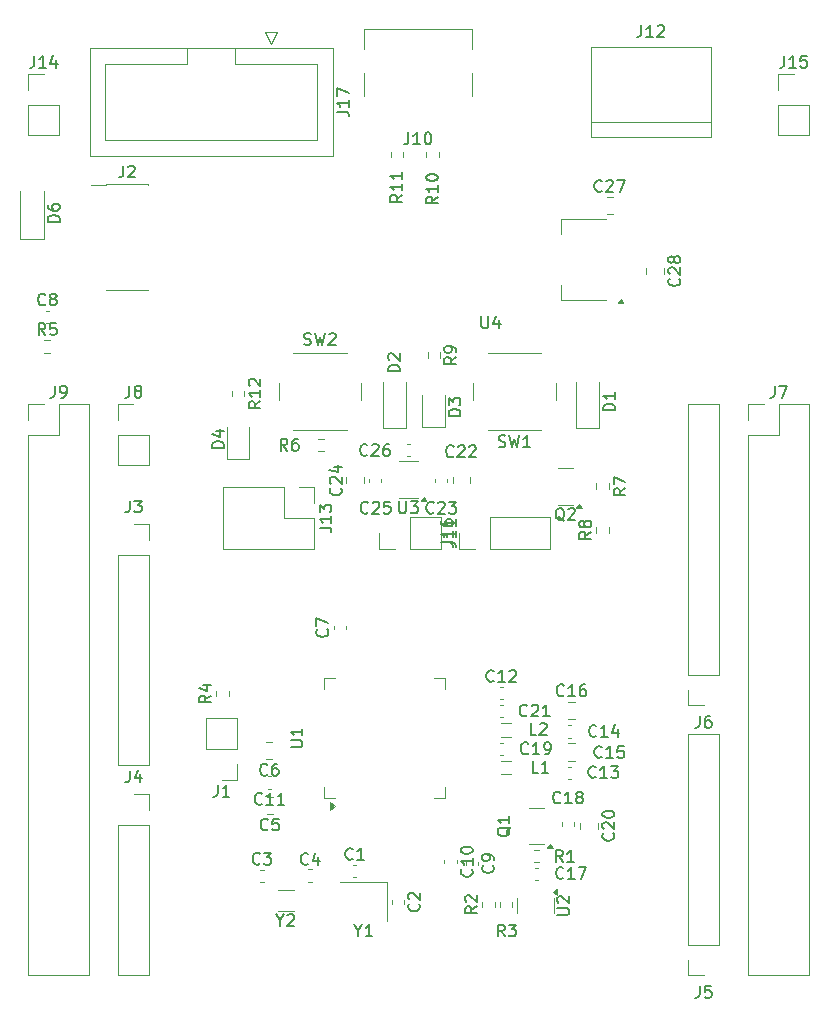
<source format=gbr>
%TF.GenerationSoftware,KiCad,Pcbnew,8.0.4*%
%TF.CreationDate,2024-12-11T23:07:32+07:00*%
%TF.ProjectId,G474-dev-board,47343734-2d64-4657-962d-626f6172642e,rev?*%
%TF.SameCoordinates,Original*%
%TF.FileFunction,Legend,Top*%
%TF.FilePolarity,Positive*%
%FSLAX46Y46*%
G04 Gerber Fmt 4.6, Leading zero omitted, Abs format (unit mm)*
G04 Created by KiCad (PCBNEW 8.0.4) date 2024-12-11 23:07:32*
%MOMM*%
%LPD*%
G01*
G04 APERTURE LIST*
%ADD10C,0.150000*%
%ADD11C,0.120000*%
G04 APERTURE END LIST*
D10*
X135557419Y-86297094D02*
X134557419Y-86297094D01*
X134557419Y-86297094D02*
X134557419Y-86058999D01*
X134557419Y-86058999D02*
X134605038Y-85916142D01*
X134605038Y-85916142D02*
X134700276Y-85820904D01*
X134700276Y-85820904D02*
X134795514Y-85773285D01*
X134795514Y-85773285D02*
X134985990Y-85725666D01*
X134985990Y-85725666D02*
X135128847Y-85725666D01*
X135128847Y-85725666D02*
X135319323Y-85773285D01*
X135319323Y-85773285D02*
X135414561Y-85820904D01*
X135414561Y-85820904D02*
X135509800Y-85916142D01*
X135509800Y-85916142D02*
X135557419Y-86058999D01*
X135557419Y-86058999D02*
X135557419Y-86297094D01*
X134652657Y-85344713D02*
X134605038Y-85297094D01*
X134605038Y-85297094D02*
X134557419Y-85201856D01*
X134557419Y-85201856D02*
X134557419Y-84963761D01*
X134557419Y-84963761D02*
X134605038Y-84868523D01*
X134605038Y-84868523D02*
X134652657Y-84820904D01*
X134652657Y-84820904D02*
X134747895Y-84773285D01*
X134747895Y-84773285D02*
X134843133Y-84773285D01*
X134843133Y-84773285D02*
X134985990Y-84820904D01*
X134985990Y-84820904D02*
X135557419Y-85392332D01*
X135557419Y-85392332D02*
X135557419Y-84773285D01*
X153794619Y-89599094D02*
X152794619Y-89599094D01*
X152794619Y-89599094D02*
X152794619Y-89360999D01*
X152794619Y-89360999D02*
X152842238Y-89218142D01*
X152842238Y-89218142D02*
X152937476Y-89122904D01*
X152937476Y-89122904D02*
X153032714Y-89075285D01*
X153032714Y-89075285D02*
X153223190Y-89027666D01*
X153223190Y-89027666D02*
X153366047Y-89027666D01*
X153366047Y-89027666D02*
X153556523Y-89075285D01*
X153556523Y-89075285D02*
X153651761Y-89122904D01*
X153651761Y-89122904D02*
X153747000Y-89218142D01*
X153747000Y-89218142D02*
X153794619Y-89360999D01*
X153794619Y-89360999D02*
X153794619Y-89599094D01*
X153794619Y-88075285D02*
X153794619Y-88646713D01*
X153794619Y-88360999D02*
X152794619Y-88360999D01*
X152794619Y-88360999D02*
X152937476Y-88456237D01*
X152937476Y-88456237D02*
X153032714Y-88551475D01*
X153032714Y-88551475D02*
X153080333Y-88646713D01*
X130218019Y-64309523D02*
X130932304Y-64309523D01*
X130932304Y-64309523D02*
X131075161Y-64357142D01*
X131075161Y-64357142D02*
X131170400Y-64452380D01*
X131170400Y-64452380D02*
X131218019Y-64595237D01*
X131218019Y-64595237D02*
X131218019Y-64690475D01*
X131218019Y-63309523D02*
X131218019Y-63880951D01*
X131218019Y-63595237D02*
X130218019Y-63595237D01*
X130218019Y-63595237D02*
X130360876Y-63690475D01*
X130360876Y-63690475D02*
X130456114Y-63785713D01*
X130456114Y-63785713D02*
X130503733Y-63880951D01*
X130218019Y-62976189D02*
X130218019Y-62309523D01*
X130218019Y-62309523D02*
X131218019Y-62738094D01*
X106753819Y-73635094D02*
X105753819Y-73635094D01*
X105753819Y-73635094D02*
X105753819Y-73396999D01*
X105753819Y-73396999D02*
X105801438Y-73254142D01*
X105801438Y-73254142D02*
X105896676Y-73158904D01*
X105896676Y-73158904D02*
X105991914Y-73111285D01*
X105991914Y-73111285D02*
X106182390Y-73063666D01*
X106182390Y-73063666D02*
X106325247Y-73063666D01*
X106325247Y-73063666D02*
X106515723Y-73111285D01*
X106515723Y-73111285D02*
X106610961Y-73158904D01*
X106610961Y-73158904D02*
X106706200Y-73254142D01*
X106706200Y-73254142D02*
X106753819Y-73396999D01*
X106753819Y-73396999D02*
X106753819Y-73635094D01*
X105753819Y-72206523D02*
X105753819Y-72396999D01*
X105753819Y-72396999D02*
X105801438Y-72492237D01*
X105801438Y-72492237D02*
X105849057Y-72539856D01*
X105849057Y-72539856D02*
X105991914Y-72635094D01*
X105991914Y-72635094D02*
X106182390Y-72682713D01*
X106182390Y-72682713D02*
X106563342Y-72682713D01*
X106563342Y-72682713D02*
X106658580Y-72635094D01*
X106658580Y-72635094D02*
X106706200Y-72587475D01*
X106706200Y-72587475D02*
X106753819Y-72492237D01*
X106753819Y-72492237D02*
X106753819Y-72301761D01*
X106753819Y-72301761D02*
X106706200Y-72206523D01*
X106706200Y-72206523D02*
X106658580Y-72158904D01*
X106658580Y-72158904D02*
X106563342Y-72111285D01*
X106563342Y-72111285D02*
X106325247Y-72111285D01*
X106325247Y-72111285D02*
X106230009Y-72158904D01*
X106230009Y-72158904D02*
X106182390Y-72206523D01*
X106182390Y-72206523D02*
X106134771Y-72301761D01*
X106134771Y-72301761D02*
X106134771Y-72492237D01*
X106134771Y-72492237D02*
X106182390Y-72587475D01*
X106182390Y-72587475D02*
X106230009Y-72635094D01*
X106230009Y-72635094D02*
X106325247Y-72682713D01*
X125431609Y-132769828D02*
X125431609Y-133246019D01*
X125098276Y-132246019D02*
X125431609Y-132769828D01*
X125431609Y-132769828D02*
X125764942Y-132246019D01*
X126050657Y-132341257D02*
X126098276Y-132293638D01*
X126098276Y-132293638D02*
X126193514Y-132246019D01*
X126193514Y-132246019D02*
X126431609Y-132246019D01*
X126431609Y-132246019D02*
X126526847Y-132293638D01*
X126526847Y-132293638D02*
X126574466Y-132341257D01*
X126574466Y-132341257D02*
X126622085Y-132436495D01*
X126622085Y-132436495D02*
X126622085Y-132531733D01*
X126622085Y-132531733D02*
X126574466Y-132674590D01*
X126574466Y-132674590D02*
X126003038Y-133246019D01*
X126003038Y-133246019D02*
X126622085Y-133246019D01*
X132038209Y-133645028D02*
X132038209Y-134121219D01*
X131704876Y-133121219D02*
X132038209Y-133645028D01*
X132038209Y-133645028D02*
X132371542Y-133121219D01*
X133228685Y-134121219D02*
X132657257Y-134121219D01*
X132942971Y-134121219D02*
X132942971Y-133121219D01*
X132942971Y-133121219D02*
X132847733Y-133264076D01*
X132847733Y-133264076D02*
X132752495Y-133359314D01*
X132752495Y-133359314D02*
X132657257Y-133406933D01*
X126319219Y-118109904D02*
X127128742Y-118109904D01*
X127128742Y-118109904D02*
X127223980Y-118062285D01*
X127223980Y-118062285D02*
X127271600Y-118014666D01*
X127271600Y-118014666D02*
X127319219Y-117919428D01*
X127319219Y-117919428D02*
X127319219Y-117728952D01*
X127319219Y-117728952D02*
X127271600Y-117633714D01*
X127271600Y-117633714D02*
X127223980Y-117586095D01*
X127223980Y-117586095D02*
X127128742Y-117538476D01*
X127128742Y-117538476D02*
X126319219Y-117538476D01*
X127319219Y-116538476D02*
X127319219Y-117109904D01*
X127319219Y-116824190D02*
X126319219Y-116824190D01*
X126319219Y-116824190D02*
X126462076Y-116919428D01*
X126462076Y-116919428D02*
X126557314Y-117014666D01*
X126557314Y-117014666D02*
X126604933Y-117109904D01*
X127470067Y-84024000D02*
X127612924Y-84071619D01*
X127612924Y-84071619D02*
X127851019Y-84071619D01*
X127851019Y-84071619D02*
X127946257Y-84024000D01*
X127946257Y-84024000D02*
X127993876Y-83976380D01*
X127993876Y-83976380D02*
X128041495Y-83881142D01*
X128041495Y-83881142D02*
X128041495Y-83785904D01*
X128041495Y-83785904D02*
X127993876Y-83690666D01*
X127993876Y-83690666D02*
X127946257Y-83643047D01*
X127946257Y-83643047D02*
X127851019Y-83595428D01*
X127851019Y-83595428D02*
X127660543Y-83547809D01*
X127660543Y-83547809D02*
X127565305Y-83500190D01*
X127565305Y-83500190D02*
X127517686Y-83452571D01*
X127517686Y-83452571D02*
X127470067Y-83357333D01*
X127470067Y-83357333D02*
X127470067Y-83262095D01*
X127470067Y-83262095D02*
X127517686Y-83166857D01*
X127517686Y-83166857D02*
X127565305Y-83119238D01*
X127565305Y-83119238D02*
X127660543Y-83071619D01*
X127660543Y-83071619D02*
X127898638Y-83071619D01*
X127898638Y-83071619D02*
X128041495Y-83119238D01*
X128374829Y-83071619D02*
X128612924Y-84071619D01*
X128612924Y-84071619D02*
X128803400Y-83357333D01*
X128803400Y-83357333D02*
X128993876Y-84071619D01*
X128993876Y-84071619D02*
X129231972Y-83071619D01*
X129565305Y-83166857D02*
X129612924Y-83119238D01*
X129612924Y-83119238D02*
X129708162Y-83071619D01*
X129708162Y-83071619D02*
X129946257Y-83071619D01*
X129946257Y-83071619D02*
X130041495Y-83119238D01*
X130041495Y-83119238D02*
X130089114Y-83166857D01*
X130089114Y-83166857D02*
X130136733Y-83262095D01*
X130136733Y-83262095D02*
X130136733Y-83357333D01*
X130136733Y-83357333D02*
X130089114Y-83500190D01*
X130089114Y-83500190D02*
X129517686Y-84071619D01*
X129517686Y-84071619D02*
X130136733Y-84071619D01*
X143929267Y-92668200D02*
X144072124Y-92715819D01*
X144072124Y-92715819D02*
X144310219Y-92715819D01*
X144310219Y-92715819D02*
X144405457Y-92668200D01*
X144405457Y-92668200D02*
X144453076Y-92620580D01*
X144453076Y-92620580D02*
X144500695Y-92525342D01*
X144500695Y-92525342D02*
X144500695Y-92430104D01*
X144500695Y-92430104D02*
X144453076Y-92334866D01*
X144453076Y-92334866D02*
X144405457Y-92287247D01*
X144405457Y-92287247D02*
X144310219Y-92239628D01*
X144310219Y-92239628D02*
X144119743Y-92192009D01*
X144119743Y-92192009D02*
X144024505Y-92144390D01*
X144024505Y-92144390D02*
X143976886Y-92096771D01*
X143976886Y-92096771D02*
X143929267Y-92001533D01*
X143929267Y-92001533D02*
X143929267Y-91906295D01*
X143929267Y-91906295D02*
X143976886Y-91811057D01*
X143976886Y-91811057D02*
X144024505Y-91763438D01*
X144024505Y-91763438D02*
X144119743Y-91715819D01*
X144119743Y-91715819D02*
X144357838Y-91715819D01*
X144357838Y-91715819D02*
X144500695Y-91763438D01*
X144834029Y-91715819D02*
X145072124Y-92715819D01*
X145072124Y-92715819D02*
X145262600Y-92001533D01*
X145262600Y-92001533D02*
X145453076Y-92715819D01*
X145453076Y-92715819D02*
X145691172Y-91715819D01*
X146595933Y-92715819D02*
X146024505Y-92715819D01*
X146310219Y-92715819D02*
X146310219Y-91715819D01*
X146310219Y-91715819D02*
X146214981Y-91858676D01*
X146214981Y-91858676D02*
X146119743Y-91953914D01*
X146119743Y-91953914D02*
X146024505Y-92001533D01*
X126045933Y-93012419D02*
X125712600Y-92536228D01*
X125474505Y-93012419D02*
X125474505Y-92012419D01*
X125474505Y-92012419D02*
X125855457Y-92012419D01*
X125855457Y-92012419D02*
X125950695Y-92060038D01*
X125950695Y-92060038D02*
X125998314Y-92107657D01*
X125998314Y-92107657D02*
X126045933Y-92202895D01*
X126045933Y-92202895D02*
X126045933Y-92345752D01*
X126045933Y-92345752D02*
X125998314Y-92440990D01*
X125998314Y-92440990D02*
X125950695Y-92488609D01*
X125950695Y-92488609D02*
X125855457Y-92536228D01*
X125855457Y-92536228D02*
X125474505Y-92536228D01*
X126903076Y-92012419D02*
X126712600Y-92012419D01*
X126712600Y-92012419D02*
X126617362Y-92060038D01*
X126617362Y-92060038D02*
X126569743Y-92107657D01*
X126569743Y-92107657D02*
X126474505Y-92250514D01*
X126474505Y-92250514D02*
X126426886Y-92440990D01*
X126426886Y-92440990D02*
X126426886Y-92821942D01*
X126426886Y-92821942D02*
X126474505Y-92917180D01*
X126474505Y-92917180D02*
X126522124Y-92964800D01*
X126522124Y-92964800D02*
X126617362Y-93012419D01*
X126617362Y-93012419D02*
X126807838Y-93012419D01*
X126807838Y-93012419D02*
X126903076Y-92964800D01*
X126903076Y-92964800D02*
X126950695Y-92917180D01*
X126950695Y-92917180D02*
X126998314Y-92821942D01*
X126998314Y-92821942D02*
X126998314Y-92583847D01*
X126998314Y-92583847D02*
X126950695Y-92488609D01*
X126950695Y-92488609D02*
X126903076Y-92440990D01*
X126903076Y-92440990D02*
X126807838Y-92393371D01*
X126807838Y-92393371D02*
X126617362Y-92393371D01*
X126617362Y-92393371D02*
X126522124Y-92440990D01*
X126522124Y-92440990D02*
X126474505Y-92488609D01*
X126474505Y-92488609D02*
X126426886Y-92583847D01*
X105548133Y-83221219D02*
X105214800Y-82745028D01*
X104976705Y-83221219D02*
X104976705Y-82221219D01*
X104976705Y-82221219D02*
X105357657Y-82221219D01*
X105357657Y-82221219D02*
X105452895Y-82268838D01*
X105452895Y-82268838D02*
X105500514Y-82316457D01*
X105500514Y-82316457D02*
X105548133Y-82411695D01*
X105548133Y-82411695D02*
X105548133Y-82554552D01*
X105548133Y-82554552D02*
X105500514Y-82649790D01*
X105500514Y-82649790D02*
X105452895Y-82697409D01*
X105452895Y-82697409D02*
X105357657Y-82745028D01*
X105357657Y-82745028D02*
X104976705Y-82745028D01*
X106452895Y-82221219D02*
X105976705Y-82221219D01*
X105976705Y-82221219D02*
X105929086Y-82697409D01*
X105929086Y-82697409D02*
X105976705Y-82649790D01*
X105976705Y-82649790D02*
X106071943Y-82602171D01*
X106071943Y-82602171D02*
X106310038Y-82602171D01*
X106310038Y-82602171D02*
X106405276Y-82649790D01*
X106405276Y-82649790D02*
X106452895Y-82697409D01*
X106452895Y-82697409D02*
X106500514Y-82792647D01*
X106500514Y-82792647D02*
X106500514Y-83030742D01*
X106500514Y-83030742D02*
X106452895Y-83125980D01*
X106452895Y-83125980D02*
X106405276Y-83173600D01*
X106405276Y-83173600D02*
X106310038Y-83221219D01*
X106310038Y-83221219D02*
X106071943Y-83221219D01*
X106071943Y-83221219D02*
X105976705Y-83173600D01*
X105976705Y-83173600D02*
X105929086Y-83125980D01*
X119573219Y-113743266D02*
X119097028Y-114076599D01*
X119573219Y-114314694D02*
X118573219Y-114314694D01*
X118573219Y-114314694D02*
X118573219Y-113933742D01*
X118573219Y-113933742D02*
X118620838Y-113838504D01*
X118620838Y-113838504D02*
X118668457Y-113790885D01*
X118668457Y-113790885D02*
X118763695Y-113743266D01*
X118763695Y-113743266D02*
X118906552Y-113743266D01*
X118906552Y-113743266D02*
X119001790Y-113790885D01*
X119001790Y-113790885D02*
X119049409Y-113838504D01*
X119049409Y-113838504D02*
X119097028Y-113933742D01*
X119097028Y-113933742D02*
X119097028Y-114314694D01*
X118906552Y-112886123D02*
X119573219Y-112886123D01*
X118525600Y-113124218D02*
X119239885Y-113362313D01*
X119239885Y-113362313D02*
X119239885Y-112743266D01*
X147134933Y-117091619D02*
X146658743Y-117091619D01*
X146658743Y-117091619D02*
X146658743Y-116091619D01*
X147420648Y-116186857D02*
X147468267Y-116139238D01*
X147468267Y-116139238D02*
X147563505Y-116091619D01*
X147563505Y-116091619D02*
X147801600Y-116091619D01*
X147801600Y-116091619D02*
X147896838Y-116139238D01*
X147896838Y-116139238D02*
X147944457Y-116186857D01*
X147944457Y-116186857D02*
X147992076Y-116282095D01*
X147992076Y-116282095D02*
X147992076Y-116377333D01*
X147992076Y-116377333D02*
X147944457Y-116520190D01*
X147944457Y-116520190D02*
X147373029Y-117091619D01*
X147373029Y-117091619D02*
X147992076Y-117091619D01*
X147287333Y-120292019D02*
X146811143Y-120292019D01*
X146811143Y-120292019D02*
X146811143Y-119292019D01*
X148144476Y-120292019D02*
X147573048Y-120292019D01*
X147858762Y-120292019D02*
X147858762Y-119292019D01*
X147858762Y-119292019D02*
X147763524Y-119434876D01*
X147763524Y-119434876D02*
X147668286Y-119530114D01*
X147668286Y-119530114D02*
X147573048Y-119577733D01*
X139034619Y-100783923D02*
X139748904Y-100783923D01*
X139748904Y-100783923D02*
X139891761Y-100831542D01*
X139891761Y-100831542D02*
X139987000Y-100926780D01*
X139987000Y-100926780D02*
X140034619Y-101069637D01*
X140034619Y-101069637D02*
X140034619Y-101164875D01*
X140034619Y-99783923D02*
X140034619Y-100355351D01*
X140034619Y-100069637D02*
X139034619Y-100069637D01*
X139034619Y-100069637D02*
X139177476Y-100164875D01*
X139177476Y-100164875D02*
X139272714Y-100260113D01*
X139272714Y-100260113D02*
X139320333Y-100355351D01*
X139034619Y-98926780D02*
X139034619Y-99117256D01*
X139034619Y-99117256D02*
X139082238Y-99212494D01*
X139082238Y-99212494D02*
X139129857Y-99260113D01*
X139129857Y-99260113D02*
X139272714Y-99355351D01*
X139272714Y-99355351D02*
X139463190Y-99402970D01*
X139463190Y-99402970D02*
X139844142Y-99402970D01*
X139844142Y-99402970D02*
X139939380Y-99355351D01*
X139939380Y-99355351D02*
X139987000Y-99307732D01*
X139987000Y-99307732D02*
X140034619Y-99212494D01*
X140034619Y-99212494D02*
X140034619Y-99022018D01*
X140034619Y-99022018D02*
X139987000Y-98926780D01*
X139987000Y-98926780D02*
X139939380Y-98879161D01*
X139939380Y-98879161D02*
X139844142Y-98831542D01*
X139844142Y-98831542D02*
X139606047Y-98831542D01*
X139606047Y-98831542D02*
X139510809Y-98879161D01*
X139510809Y-98879161D02*
X139463190Y-98926780D01*
X139463190Y-98926780D02*
X139415571Y-99022018D01*
X139415571Y-99022018D02*
X139415571Y-99212494D01*
X139415571Y-99212494D02*
X139463190Y-99307732D01*
X139463190Y-99307732D02*
X139510809Y-99355351D01*
X139510809Y-99355351D02*
X139606047Y-99402970D01*
X112670466Y-87513419D02*
X112670466Y-88227704D01*
X112670466Y-88227704D02*
X112622847Y-88370561D01*
X112622847Y-88370561D02*
X112527609Y-88465800D01*
X112527609Y-88465800D02*
X112384752Y-88513419D01*
X112384752Y-88513419D02*
X112289514Y-88513419D01*
X113289514Y-87941990D02*
X113194276Y-87894371D01*
X113194276Y-87894371D02*
X113146657Y-87846752D01*
X113146657Y-87846752D02*
X113099038Y-87751514D01*
X113099038Y-87751514D02*
X113099038Y-87703895D01*
X113099038Y-87703895D02*
X113146657Y-87608657D01*
X113146657Y-87608657D02*
X113194276Y-87561038D01*
X113194276Y-87561038D02*
X113289514Y-87513419D01*
X113289514Y-87513419D02*
X113479990Y-87513419D01*
X113479990Y-87513419D02*
X113575228Y-87561038D01*
X113575228Y-87561038D02*
X113622847Y-87608657D01*
X113622847Y-87608657D02*
X113670466Y-87703895D01*
X113670466Y-87703895D02*
X113670466Y-87751514D01*
X113670466Y-87751514D02*
X113622847Y-87846752D01*
X113622847Y-87846752D02*
X113575228Y-87894371D01*
X113575228Y-87894371D02*
X113479990Y-87941990D01*
X113479990Y-87941990D02*
X113289514Y-87941990D01*
X113289514Y-87941990D02*
X113194276Y-87989609D01*
X113194276Y-87989609D02*
X113146657Y-88037228D01*
X113146657Y-88037228D02*
X113099038Y-88132466D01*
X113099038Y-88132466D02*
X113099038Y-88322942D01*
X113099038Y-88322942D02*
X113146657Y-88418180D01*
X113146657Y-88418180D02*
X113194276Y-88465800D01*
X113194276Y-88465800D02*
X113289514Y-88513419D01*
X113289514Y-88513419D02*
X113479990Y-88513419D01*
X113479990Y-88513419D02*
X113575228Y-88465800D01*
X113575228Y-88465800D02*
X113622847Y-88418180D01*
X113622847Y-88418180D02*
X113670466Y-88322942D01*
X113670466Y-88322942D02*
X113670466Y-88132466D01*
X113670466Y-88132466D02*
X113622847Y-88037228D01*
X113622847Y-88037228D02*
X113575228Y-87989609D01*
X113575228Y-87989609D02*
X113479990Y-87941990D01*
X112137866Y-68879819D02*
X112137866Y-69594104D01*
X112137866Y-69594104D02*
X112090247Y-69736961D01*
X112090247Y-69736961D02*
X111995009Y-69832200D01*
X111995009Y-69832200D02*
X111852152Y-69879819D01*
X111852152Y-69879819D02*
X111756914Y-69879819D01*
X112566438Y-68975057D02*
X112614057Y-68927438D01*
X112614057Y-68927438D02*
X112709295Y-68879819D01*
X112709295Y-68879819D02*
X112947390Y-68879819D01*
X112947390Y-68879819D02*
X113042628Y-68927438D01*
X113042628Y-68927438D02*
X113090247Y-68975057D01*
X113090247Y-68975057D02*
X113137866Y-69070295D01*
X113137866Y-69070295D02*
X113137866Y-69165533D01*
X113137866Y-69165533D02*
X113090247Y-69308390D01*
X113090247Y-69308390D02*
X112518819Y-69879819D01*
X112518819Y-69879819D02*
X113137866Y-69879819D01*
X120138866Y-121317219D02*
X120138866Y-122031504D01*
X120138866Y-122031504D02*
X120091247Y-122174361D01*
X120091247Y-122174361D02*
X119996009Y-122269600D01*
X119996009Y-122269600D02*
X119853152Y-122317219D01*
X119853152Y-122317219D02*
X119757914Y-122317219D01*
X121138866Y-122317219D02*
X120567438Y-122317219D01*
X120853152Y-122317219D02*
X120853152Y-121317219D01*
X120853152Y-121317219D02*
X120757914Y-121460076D01*
X120757914Y-121460076D02*
X120662676Y-121555314D01*
X120662676Y-121555314D02*
X120567438Y-121602933D01*
X146334542Y-115421580D02*
X146286923Y-115469200D01*
X146286923Y-115469200D02*
X146144066Y-115516819D01*
X146144066Y-115516819D02*
X146048828Y-115516819D01*
X146048828Y-115516819D02*
X145905971Y-115469200D01*
X145905971Y-115469200D02*
X145810733Y-115373961D01*
X145810733Y-115373961D02*
X145763114Y-115278723D01*
X145763114Y-115278723D02*
X145715495Y-115088247D01*
X145715495Y-115088247D02*
X145715495Y-114945390D01*
X145715495Y-114945390D02*
X145763114Y-114754914D01*
X145763114Y-114754914D02*
X145810733Y-114659676D01*
X145810733Y-114659676D02*
X145905971Y-114564438D01*
X145905971Y-114564438D02*
X146048828Y-114516819D01*
X146048828Y-114516819D02*
X146144066Y-114516819D01*
X146144066Y-114516819D02*
X146286923Y-114564438D01*
X146286923Y-114564438D02*
X146334542Y-114612057D01*
X146715495Y-114612057D02*
X146763114Y-114564438D01*
X146763114Y-114564438D02*
X146858352Y-114516819D01*
X146858352Y-114516819D02*
X147096447Y-114516819D01*
X147096447Y-114516819D02*
X147191685Y-114564438D01*
X147191685Y-114564438D02*
X147239304Y-114612057D01*
X147239304Y-114612057D02*
X147286923Y-114707295D01*
X147286923Y-114707295D02*
X147286923Y-114802533D01*
X147286923Y-114802533D02*
X147239304Y-114945390D01*
X147239304Y-114945390D02*
X146667876Y-115516819D01*
X146667876Y-115516819D02*
X147286923Y-115516819D01*
X148239304Y-115516819D02*
X147667876Y-115516819D01*
X147953590Y-115516819D02*
X147953590Y-114516819D01*
X147953590Y-114516819D02*
X147858352Y-114659676D01*
X147858352Y-114659676D02*
X147763114Y-114754914D01*
X147763114Y-114754914D02*
X147667876Y-114802533D01*
X146436142Y-118621980D02*
X146388523Y-118669600D01*
X146388523Y-118669600D02*
X146245666Y-118717219D01*
X146245666Y-118717219D02*
X146150428Y-118717219D01*
X146150428Y-118717219D02*
X146007571Y-118669600D01*
X146007571Y-118669600D02*
X145912333Y-118574361D01*
X145912333Y-118574361D02*
X145864714Y-118479123D01*
X145864714Y-118479123D02*
X145817095Y-118288647D01*
X145817095Y-118288647D02*
X145817095Y-118145790D01*
X145817095Y-118145790D02*
X145864714Y-117955314D01*
X145864714Y-117955314D02*
X145912333Y-117860076D01*
X145912333Y-117860076D02*
X146007571Y-117764838D01*
X146007571Y-117764838D02*
X146150428Y-117717219D01*
X146150428Y-117717219D02*
X146245666Y-117717219D01*
X146245666Y-117717219D02*
X146388523Y-117764838D01*
X146388523Y-117764838D02*
X146436142Y-117812457D01*
X147388523Y-118717219D02*
X146817095Y-118717219D01*
X147102809Y-118717219D02*
X147102809Y-117717219D01*
X147102809Y-117717219D02*
X147007571Y-117860076D01*
X147007571Y-117860076D02*
X146912333Y-117955314D01*
X146912333Y-117955314D02*
X146817095Y-118002933D01*
X147864714Y-118717219D02*
X148055190Y-118717219D01*
X148055190Y-118717219D02*
X148150428Y-118669600D01*
X148150428Y-118669600D02*
X148198047Y-118621980D01*
X148198047Y-118621980D02*
X148293285Y-118479123D01*
X148293285Y-118479123D02*
X148340904Y-118288647D01*
X148340904Y-118288647D02*
X148340904Y-117907695D01*
X148340904Y-117907695D02*
X148293285Y-117812457D01*
X148293285Y-117812457D02*
X148245666Y-117764838D01*
X148245666Y-117764838D02*
X148150428Y-117717219D01*
X148150428Y-117717219D02*
X147959952Y-117717219D01*
X147959952Y-117717219D02*
X147864714Y-117764838D01*
X147864714Y-117764838D02*
X147817095Y-117812457D01*
X147817095Y-117812457D02*
X147769476Y-117907695D01*
X147769476Y-117907695D02*
X147769476Y-118145790D01*
X147769476Y-118145790D02*
X147817095Y-118241028D01*
X147817095Y-118241028D02*
X147864714Y-118288647D01*
X147864714Y-118288647D02*
X147959952Y-118336266D01*
X147959952Y-118336266D02*
X148150428Y-118336266D01*
X148150428Y-118336266D02*
X148245666Y-118288647D01*
X148245666Y-118288647D02*
X148293285Y-118241028D01*
X148293285Y-118241028D02*
X148340904Y-118145790D01*
X149455942Y-113716180D02*
X149408323Y-113763800D01*
X149408323Y-113763800D02*
X149265466Y-113811419D01*
X149265466Y-113811419D02*
X149170228Y-113811419D01*
X149170228Y-113811419D02*
X149027371Y-113763800D01*
X149027371Y-113763800D02*
X148932133Y-113668561D01*
X148932133Y-113668561D02*
X148884514Y-113573323D01*
X148884514Y-113573323D02*
X148836895Y-113382847D01*
X148836895Y-113382847D02*
X148836895Y-113239990D01*
X148836895Y-113239990D02*
X148884514Y-113049514D01*
X148884514Y-113049514D02*
X148932133Y-112954276D01*
X148932133Y-112954276D02*
X149027371Y-112859038D01*
X149027371Y-112859038D02*
X149170228Y-112811419D01*
X149170228Y-112811419D02*
X149265466Y-112811419D01*
X149265466Y-112811419D02*
X149408323Y-112859038D01*
X149408323Y-112859038D02*
X149455942Y-112906657D01*
X150408323Y-113811419D02*
X149836895Y-113811419D01*
X150122609Y-113811419D02*
X150122609Y-112811419D01*
X150122609Y-112811419D02*
X150027371Y-112954276D01*
X150027371Y-112954276D02*
X149932133Y-113049514D01*
X149932133Y-113049514D02*
X149836895Y-113097133D01*
X151265466Y-112811419D02*
X151074990Y-112811419D01*
X151074990Y-112811419D02*
X150979752Y-112859038D01*
X150979752Y-112859038D02*
X150932133Y-112906657D01*
X150932133Y-112906657D02*
X150836895Y-113049514D01*
X150836895Y-113049514D02*
X150789276Y-113239990D01*
X150789276Y-113239990D02*
X150789276Y-113620942D01*
X150789276Y-113620942D02*
X150836895Y-113716180D01*
X150836895Y-113716180D02*
X150884514Y-113763800D01*
X150884514Y-113763800D02*
X150979752Y-113811419D01*
X150979752Y-113811419D02*
X151170228Y-113811419D01*
X151170228Y-113811419D02*
X151265466Y-113763800D01*
X151265466Y-113763800D02*
X151313085Y-113716180D01*
X151313085Y-113716180D02*
X151360704Y-113620942D01*
X151360704Y-113620942D02*
X151360704Y-113382847D01*
X151360704Y-113382847D02*
X151313085Y-113287609D01*
X151313085Y-113287609D02*
X151265466Y-113239990D01*
X151265466Y-113239990D02*
X151170228Y-113192371D01*
X151170228Y-113192371D02*
X150979752Y-113192371D01*
X150979752Y-113192371D02*
X150884514Y-113239990D01*
X150884514Y-113239990D02*
X150836895Y-113287609D01*
X150836895Y-113287609D02*
X150789276Y-113382847D01*
X152656342Y-118926780D02*
X152608723Y-118974400D01*
X152608723Y-118974400D02*
X152465866Y-119022019D01*
X152465866Y-119022019D02*
X152370628Y-119022019D01*
X152370628Y-119022019D02*
X152227771Y-118974400D01*
X152227771Y-118974400D02*
X152132533Y-118879161D01*
X152132533Y-118879161D02*
X152084914Y-118783923D01*
X152084914Y-118783923D02*
X152037295Y-118593447D01*
X152037295Y-118593447D02*
X152037295Y-118450590D01*
X152037295Y-118450590D02*
X152084914Y-118260114D01*
X152084914Y-118260114D02*
X152132533Y-118164876D01*
X152132533Y-118164876D02*
X152227771Y-118069638D01*
X152227771Y-118069638D02*
X152370628Y-118022019D01*
X152370628Y-118022019D02*
X152465866Y-118022019D01*
X152465866Y-118022019D02*
X152608723Y-118069638D01*
X152608723Y-118069638D02*
X152656342Y-118117257D01*
X153608723Y-119022019D02*
X153037295Y-119022019D01*
X153323009Y-119022019D02*
X153323009Y-118022019D01*
X153323009Y-118022019D02*
X153227771Y-118164876D01*
X153227771Y-118164876D02*
X153132533Y-118260114D01*
X153132533Y-118260114D02*
X153037295Y-118307733D01*
X154513485Y-118022019D02*
X154037295Y-118022019D01*
X154037295Y-118022019D02*
X153989676Y-118498209D01*
X153989676Y-118498209D02*
X154037295Y-118450590D01*
X154037295Y-118450590D02*
X154132533Y-118402971D01*
X154132533Y-118402971D02*
X154370628Y-118402971D01*
X154370628Y-118402971D02*
X154465866Y-118450590D01*
X154465866Y-118450590D02*
X154513485Y-118498209D01*
X154513485Y-118498209D02*
X154561104Y-118593447D01*
X154561104Y-118593447D02*
X154561104Y-118831542D01*
X154561104Y-118831542D02*
X154513485Y-118926780D01*
X154513485Y-118926780D02*
X154465866Y-118974400D01*
X154465866Y-118974400D02*
X154370628Y-119022019D01*
X154370628Y-119022019D02*
X154132533Y-119022019D01*
X154132533Y-119022019D02*
X154037295Y-118974400D01*
X154037295Y-118974400D02*
X153989676Y-118926780D01*
X152201942Y-117148780D02*
X152154323Y-117196400D01*
X152154323Y-117196400D02*
X152011466Y-117244019D01*
X152011466Y-117244019D02*
X151916228Y-117244019D01*
X151916228Y-117244019D02*
X151773371Y-117196400D01*
X151773371Y-117196400D02*
X151678133Y-117101161D01*
X151678133Y-117101161D02*
X151630514Y-117005923D01*
X151630514Y-117005923D02*
X151582895Y-116815447D01*
X151582895Y-116815447D02*
X151582895Y-116672590D01*
X151582895Y-116672590D02*
X151630514Y-116482114D01*
X151630514Y-116482114D02*
X151678133Y-116386876D01*
X151678133Y-116386876D02*
X151773371Y-116291638D01*
X151773371Y-116291638D02*
X151916228Y-116244019D01*
X151916228Y-116244019D02*
X152011466Y-116244019D01*
X152011466Y-116244019D02*
X152154323Y-116291638D01*
X152154323Y-116291638D02*
X152201942Y-116339257D01*
X153154323Y-117244019D02*
X152582895Y-117244019D01*
X152868609Y-117244019D02*
X152868609Y-116244019D01*
X152868609Y-116244019D02*
X152773371Y-116386876D01*
X152773371Y-116386876D02*
X152678133Y-116482114D01*
X152678133Y-116482114D02*
X152582895Y-116529733D01*
X154011466Y-116577352D02*
X154011466Y-117244019D01*
X153773371Y-116196400D02*
X153535276Y-116910685D01*
X153535276Y-116910685D02*
X154154323Y-116910685D01*
X152151142Y-120628580D02*
X152103523Y-120676200D01*
X152103523Y-120676200D02*
X151960666Y-120723819D01*
X151960666Y-120723819D02*
X151865428Y-120723819D01*
X151865428Y-120723819D02*
X151722571Y-120676200D01*
X151722571Y-120676200D02*
X151627333Y-120580961D01*
X151627333Y-120580961D02*
X151579714Y-120485723D01*
X151579714Y-120485723D02*
X151532095Y-120295247D01*
X151532095Y-120295247D02*
X151532095Y-120152390D01*
X151532095Y-120152390D02*
X151579714Y-119961914D01*
X151579714Y-119961914D02*
X151627333Y-119866676D01*
X151627333Y-119866676D02*
X151722571Y-119771438D01*
X151722571Y-119771438D02*
X151865428Y-119723819D01*
X151865428Y-119723819D02*
X151960666Y-119723819D01*
X151960666Y-119723819D02*
X152103523Y-119771438D01*
X152103523Y-119771438D02*
X152151142Y-119819057D01*
X153103523Y-120723819D02*
X152532095Y-120723819D01*
X152817809Y-120723819D02*
X152817809Y-119723819D01*
X152817809Y-119723819D02*
X152722571Y-119866676D01*
X152722571Y-119866676D02*
X152627333Y-119961914D01*
X152627333Y-119961914D02*
X152532095Y-120009533D01*
X153436857Y-119723819D02*
X154055904Y-119723819D01*
X154055904Y-119723819D02*
X153722571Y-120104771D01*
X153722571Y-120104771D02*
X153865428Y-120104771D01*
X153865428Y-120104771D02*
X153960666Y-120152390D01*
X153960666Y-120152390D02*
X154008285Y-120200009D01*
X154008285Y-120200009D02*
X154055904Y-120295247D01*
X154055904Y-120295247D02*
X154055904Y-120533342D01*
X154055904Y-120533342D02*
X154008285Y-120628580D01*
X154008285Y-120628580D02*
X153960666Y-120676200D01*
X153960666Y-120676200D02*
X153865428Y-120723819D01*
X153865428Y-120723819D02*
X153579714Y-120723819D01*
X153579714Y-120723819D02*
X153484476Y-120676200D01*
X153484476Y-120676200D02*
X153436857Y-120628580D01*
X143515142Y-112492980D02*
X143467523Y-112540600D01*
X143467523Y-112540600D02*
X143324666Y-112588219D01*
X143324666Y-112588219D02*
X143229428Y-112588219D01*
X143229428Y-112588219D02*
X143086571Y-112540600D01*
X143086571Y-112540600D02*
X142991333Y-112445361D01*
X142991333Y-112445361D02*
X142943714Y-112350123D01*
X142943714Y-112350123D02*
X142896095Y-112159647D01*
X142896095Y-112159647D02*
X142896095Y-112016790D01*
X142896095Y-112016790D02*
X142943714Y-111826314D01*
X142943714Y-111826314D02*
X142991333Y-111731076D01*
X142991333Y-111731076D02*
X143086571Y-111635838D01*
X143086571Y-111635838D02*
X143229428Y-111588219D01*
X143229428Y-111588219D02*
X143324666Y-111588219D01*
X143324666Y-111588219D02*
X143467523Y-111635838D01*
X143467523Y-111635838D02*
X143515142Y-111683457D01*
X144467523Y-112588219D02*
X143896095Y-112588219D01*
X144181809Y-112588219D02*
X144181809Y-111588219D01*
X144181809Y-111588219D02*
X144086571Y-111731076D01*
X144086571Y-111731076D02*
X143991333Y-111826314D01*
X143991333Y-111826314D02*
X143896095Y-111873933D01*
X144848476Y-111683457D02*
X144896095Y-111635838D01*
X144896095Y-111635838D02*
X144991333Y-111588219D01*
X144991333Y-111588219D02*
X145229428Y-111588219D01*
X145229428Y-111588219D02*
X145324666Y-111635838D01*
X145324666Y-111635838D02*
X145372285Y-111683457D01*
X145372285Y-111683457D02*
X145419904Y-111778695D01*
X145419904Y-111778695D02*
X145419904Y-111873933D01*
X145419904Y-111873933D02*
X145372285Y-112016790D01*
X145372285Y-112016790D02*
X144800857Y-112588219D01*
X144800857Y-112588219D02*
X145419904Y-112588219D01*
X123893342Y-122896780D02*
X123845723Y-122944400D01*
X123845723Y-122944400D02*
X123702866Y-122992019D01*
X123702866Y-122992019D02*
X123607628Y-122992019D01*
X123607628Y-122992019D02*
X123464771Y-122944400D01*
X123464771Y-122944400D02*
X123369533Y-122849161D01*
X123369533Y-122849161D02*
X123321914Y-122753923D01*
X123321914Y-122753923D02*
X123274295Y-122563447D01*
X123274295Y-122563447D02*
X123274295Y-122420590D01*
X123274295Y-122420590D02*
X123321914Y-122230114D01*
X123321914Y-122230114D02*
X123369533Y-122134876D01*
X123369533Y-122134876D02*
X123464771Y-122039638D01*
X123464771Y-122039638D02*
X123607628Y-121992019D01*
X123607628Y-121992019D02*
X123702866Y-121992019D01*
X123702866Y-121992019D02*
X123845723Y-122039638D01*
X123845723Y-122039638D02*
X123893342Y-122087257D01*
X124845723Y-122992019D02*
X124274295Y-122992019D01*
X124560009Y-122992019D02*
X124560009Y-121992019D01*
X124560009Y-121992019D02*
X124464771Y-122134876D01*
X124464771Y-122134876D02*
X124369533Y-122230114D01*
X124369533Y-122230114D02*
X124274295Y-122277733D01*
X125798104Y-122992019D02*
X125226676Y-122992019D01*
X125512390Y-122992019D02*
X125512390Y-121992019D01*
X125512390Y-121992019D02*
X125417152Y-122134876D01*
X125417152Y-122134876D02*
X125321914Y-122230114D01*
X125321914Y-122230114D02*
X125226676Y-122277733D01*
X141641980Y-128455657D02*
X141689600Y-128503276D01*
X141689600Y-128503276D02*
X141737219Y-128646133D01*
X141737219Y-128646133D02*
X141737219Y-128741371D01*
X141737219Y-128741371D02*
X141689600Y-128884228D01*
X141689600Y-128884228D02*
X141594361Y-128979466D01*
X141594361Y-128979466D02*
X141499123Y-129027085D01*
X141499123Y-129027085D02*
X141308647Y-129074704D01*
X141308647Y-129074704D02*
X141165790Y-129074704D01*
X141165790Y-129074704D02*
X140975314Y-129027085D01*
X140975314Y-129027085D02*
X140880076Y-128979466D01*
X140880076Y-128979466D02*
X140784838Y-128884228D01*
X140784838Y-128884228D02*
X140737219Y-128741371D01*
X140737219Y-128741371D02*
X140737219Y-128646133D01*
X140737219Y-128646133D02*
X140784838Y-128503276D01*
X140784838Y-128503276D02*
X140832457Y-128455657D01*
X141737219Y-127503276D02*
X141737219Y-128074704D01*
X141737219Y-127788990D02*
X140737219Y-127788990D01*
X140737219Y-127788990D02*
X140880076Y-127884228D01*
X140880076Y-127884228D02*
X140975314Y-127979466D01*
X140975314Y-127979466D02*
X141022933Y-128074704D01*
X140737219Y-126884228D02*
X140737219Y-126788990D01*
X140737219Y-126788990D02*
X140784838Y-126693752D01*
X140784838Y-126693752D02*
X140832457Y-126646133D01*
X140832457Y-126646133D02*
X140927695Y-126598514D01*
X140927695Y-126598514D02*
X141118171Y-126550895D01*
X141118171Y-126550895D02*
X141356266Y-126550895D01*
X141356266Y-126550895D02*
X141546742Y-126598514D01*
X141546742Y-126598514D02*
X141641980Y-126646133D01*
X141641980Y-126646133D02*
X141689600Y-126693752D01*
X141689600Y-126693752D02*
X141737219Y-126788990D01*
X141737219Y-126788990D02*
X141737219Y-126884228D01*
X141737219Y-126884228D02*
X141689600Y-126979466D01*
X141689600Y-126979466D02*
X141641980Y-127027085D01*
X141641980Y-127027085D02*
X141546742Y-127074704D01*
X141546742Y-127074704D02*
X141356266Y-127122323D01*
X141356266Y-127122323D02*
X141118171Y-127122323D01*
X141118171Y-127122323D02*
X140927695Y-127074704D01*
X140927695Y-127074704D02*
X140832457Y-127027085D01*
X140832457Y-127027085D02*
X140784838Y-126979466D01*
X140784838Y-126979466D02*
X140737219Y-126884228D01*
X143445380Y-128131866D02*
X143493000Y-128179485D01*
X143493000Y-128179485D02*
X143540619Y-128322342D01*
X143540619Y-128322342D02*
X143540619Y-128417580D01*
X143540619Y-128417580D02*
X143493000Y-128560437D01*
X143493000Y-128560437D02*
X143397761Y-128655675D01*
X143397761Y-128655675D02*
X143302523Y-128703294D01*
X143302523Y-128703294D02*
X143112047Y-128750913D01*
X143112047Y-128750913D02*
X142969190Y-128750913D01*
X142969190Y-128750913D02*
X142778714Y-128703294D01*
X142778714Y-128703294D02*
X142683476Y-128655675D01*
X142683476Y-128655675D02*
X142588238Y-128560437D01*
X142588238Y-128560437D02*
X142540619Y-128417580D01*
X142540619Y-128417580D02*
X142540619Y-128322342D01*
X142540619Y-128322342D02*
X142588238Y-128179485D01*
X142588238Y-128179485D02*
X142635857Y-128131866D01*
X143540619Y-127655675D02*
X143540619Y-127465199D01*
X143540619Y-127465199D02*
X143493000Y-127369961D01*
X143493000Y-127369961D02*
X143445380Y-127322342D01*
X143445380Y-127322342D02*
X143302523Y-127227104D01*
X143302523Y-127227104D02*
X143112047Y-127179485D01*
X143112047Y-127179485D02*
X142731095Y-127179485D01*
X142731095Y-127179485D02*
X142635857Y-127227104D01*
X142635857Y-127227104D02*
X142588238Y-127274723D01*
X142588238Y-127274723D02*
X142540619Y-127369961D01*
X142540619Y-127369961D02*
X142540619Y-127560437D01*
X142540619Y-127560437D02*
X142588238Y-127655675D01*
X142588238Y-127655675D02*
X142635857Y-127703294D01*
X142635857Y-127703294D02*
X142731095Y-127750913D01*
X142731095Y-127750913D02*
X142969190Y-127750913D01*
X142969190Y-127750913D02*
X143064428Y-127703294D01*
X143064428Y-127703294D02*
X143112047Y-127655675D01*
X143112047Y-127655675D02*
X143159666Y-127560437D01*
X143159666Y-127560437D02*
X143159666Y-127369961D01*
X143159666Y-127369961D02*
X143112047Y-127274723D01*
X143112047Y-127274723D02*
X143064428Y-127227104D01*
X143064428Y-127227104D02*
X142969190Y-127179485D01*
X105548133Y-80615980D02*
X105500514Y-80663600D01*
X105500514Y-80663600D02*
X105357657Y-80711219D01*
X105357657Y-80711219D02*
X105262419Y-80711219D01*
X105262419Y-80711219D02*
X105119562Y-80663600D01*
X105119562Y-80663600D02*
X105024324Y-80568361D01*
X105024324Y-80568361D02*
X104976705Y-80473123D01*
X104976705Y-80473123D02*
X104929086Y-80282647D01*
X104929086Y-80282647D02*
X104929086Y-80139790D01*
X104929086Y-80139790D02*
X104976705Y-79949314D01*
X104976705Y-79949314D02*
X105024324Y-79854076D01*
X105024324Y-79854076D02*
X105119562Y-79758838D01*
X105119562Y-79758838D02*
X105262419Y-79711219D01*
X105262419Y-79711219D02*
X105357657Y-79711219D01*
X105357657Y-79711219D02*
X105500514Y-79758838D01*
X105500514Y-79758838D02*
X105548133Y-79806457D01*
X106119562Y-80139790D02*
X106024324Y-80092171D01*
X106024324Y-80092171D02*
X105976705Y-80044552D01*
X105976705Y-80044552D02*
X105929086Y-79949314D01*
X105929086Y-79949314D02*
X105929086Y-79901695D01*
X105929086Y-79901695D02*
X105976705Y-79806457D01*
X105976705Y-79806457D02*
X106024324Y-79758838D01*
X106024324Y-79758838D02*
X106119562Y-79711219D01*
X106119562Y-79711219D02*
X106310038Y-79711219D01*
X106310038Y-79711219D02*
X106405276Y-79758838D01*
X106405276Y-79758838D02*
X106452895Y-79806457D01*
X106452895Y-79806457D02*
X106500514Y-79901695D01*
X106500514Y-79901695D02*
X106500514Y-79949314D01*
X106500514Y-79949314D02*
X106452895Y-80044552D01*
X106452895Y-80044552D02*
X106405276Y-80092171D01*
X106405276Y-80092171D02*
X106310038Y-80139790D01*
X106310038Y-80139790D02*
X106119562Y-80139790D01*
X106119562Y-80139790D02*
X106024324Y-80187409D01*
X106024324Y-80187409D02*
X105976705Y-80235028D01*
X105976705Y-80235028D02*
X105929086Y-80330266D01*
X105929086Y-80330266D02*
X105929086Y-80520742D01*
X105929086Y-80520742D02*
X105976705Y-80615980D01*
X105976705Y-80615980D02*
X106024324Y-80663600D01*
X106024324Y-80663600D02*
X106119562Y-80711219D01*
X106119562Y-80711219D02*
X106310038Y-80711219D01*
X106310038Y-80711219D02*
X106405276Y-80663600D01*
X106405276Y-80663600D02*
X106452895Y-80615980D01*
X106452895Y-80615980D02*
X106500514Y-80520742D01*
X106500514Y-80520742D02*
X106500514Y-80330266D01*
X106500514Y-80330266D02*
X106452895Y-80235028D01*
X106452895Y-80235028D02*
X106405276Y-80187409D01*
X106405276Y-80187409D02*
X106310038Y-80139790D01*
X129409380Y-108154466D02*
X129457000Y-108202085D01*
X129457000Y-108202085D02*
X129504619Y-108344942D01*
X129504619Y-108344942D02*
X129504619Y-108440180D01*
X129504619Y-108440180D02*
X129457000Y-108583037D01*
X129457000Y-108583037D02*
X129361761Y-108678275D01*
X129361761Y-108678275D02*
X129266523Y-108725894D01*
X129266523Y-108725894D02*
X129076047Y-108773513D01*
X129076047Y-108773513D02*
X128933190Y-108773513D01*
X128933190Y-108773513D02*
X128742714Y-108725894D01*
X128742714Y-108725894D02*
X128647476Y-108678275D01*
X128647476Y-108678275D02*
X128552238Y-108583037D01*
X128552238Y-108583037D02*
X128504619Y-108440180D01*
X128504619Y-108440180D02*
X128504619Y-108344942D01*
X128504619Y-108344942D02*
X128552238Y-108202085D01*
X128552238Y-108202085D02*
X128599857Y-108154466D01*
X128504619Y-107821132D02*
X128504619Y-107154466D01*
X128504619Y-107154466D02*
X129504619Y-107583037D01*
X124344133Y-120428980D02*
X124296514Y-120476600D01*
X124296514Y-120476600D02*
X124153657Y-120524219D01*
X124153657Y-120524219D02*
X124058419Y-120524219D01*
X124058419Y-120524219D02*
X123915562Y-120476600D01*
X123915562Y-120476600D02*
X123820324Y-120381361D01*
X123820324Y-120381361D02*
X123772705Y-120286123D01*
X123772705Y-120286123D02*
X123725086Y-120095647D01*
X123725086Y-120095647D02*
X123725086Y-119952790D01*
X123725086Y-119952790D02*
X123772705Y-119762314D01*
X123772705Y-119762314D02*
X123820324Y-119667076D01*
X123820324Y-119667076D02*
X123915562Y-119571838D01*
X123915562Y-119571838D02*
X124058419Y-119524219D01*
X124058419Y-119524219D02*
X124153657Y-119524219D01*
X124153657Y-119524219D02*
X124296514Y-119571838D01*
X124296514Y-119571838D02*
X124344133Y-119619457D01*
X125201276Y-119524219D02*
X125010800Y-119524219D01*
X125010800Y-119524219D02*
X124915562Y-119571838D01*
X124915562Y-119571838D02*
X124867943Y-119619457D01*
X124867943Y-119619457D02*
X124772705Y-119762314D01*
X124772705Y-119762314D02*
X124725086Y-119952790D01*
X124725086Y-119952790D02*
X124725086Y-120333742D01*
X124725086Y-120333742D02*
X124772705Y-120428980D01*
X124772705Y-120428980D02*
X124820324Y-120476600D01*
X124820324Y-120476600D02*
X124915562Y-120524219D01*
X124915562Y-120524219D02*
X125106038Y-120524219D01*
X125106038Y-120524219D02*
X125201276Y-120476600D01*
X125201276Y-120476600D02*
X125248895Y-120428980D01*
X125248895Y-120428980D02*
X125296514Y-120333742D01*
X125296514Y-120333742D02*
X125296514Y-120095647D01*
X125296514Y-120095647D02*
X125248895Y-120000409D01*
X125248895Y-120000409D02*
X125201276Y-119952790D01*
X125201276Y-119952790D02*
X125106038Y-119905171D01*
X125106038Y-119905171D02*
X124915562Y-119905171D01*
X124915562Y-119905171D02*
X124820324Y-119952790D01*
X124820324Y-119952790D02*
X124772705Y-120000409D01*
X124772705Y-120000409D02*
X124725086Y-120095647D01*
X124394933Y-125077180D02*
X124347314Y-125124800D01*
X124347314Y-125124800D02*
X124204457Y-125172419D01*
X124204457Y-125172419D02*
X124109219Y-125172419D01*
X124109219Y-125172419D02*
X123966362Y-125124800D01*
X123966362Y-125124800D02*
X123871124Y-125029561D01*
X123871124Y-125029561D02*
X123823505Y-124934323D01*
X123823505Y-124934323D02*
X123775886Y-124743847D01*
X123775886Y-124743847D02*
X123775886Y-124600990D01*
X123775886Y-124600990D02*
X123823505Y-124410514D01*
X123823505Y-124410514D02*
X123871124Y-124315276D01*
X123871124Y-124315276D02*
X123966362Y-124220038D01*
X123966362Y-124220038D02*
X124109219Y-124172419D01*
X124109219Y-124172419D02*
X124204457Y-124172419D01*
X124204457Y-124172419D02*
X124347314Y-124220038D01*
X124347314Y-124220038D02*
X124394933Y-124267657D01*
X125299695Y-124172419D02*
X124823505Y-124172419D01*
X124823505Y-124172419D02*
X124775886Y-124648609D01*
X124775886Y-124648609D02*
X124823505Y-124600990D01*
X124823505Y-124600990D02*
X124918743Y-124553371D01*
X124918743Y-124553371D02*
X125156838Y-124553371D01*
X125156838Y-124553371D02*
X125252076Y-124600990D01*
X125252076Y-124600990D02*
X125299695Y-124648609D01*
X125299695Y-124648609D02*
X125347314Y-124743847D01*
X125347314Y-124743847D02*
X125347314Y-124981942D01*
X125347314Y-124981942D02*
X125299695Y-125077180D01*
X125299695Y-125077180D02*
X125252076Y-125124800D01*
X125252076Y-125124800D02*
X125156838Y-125172419D01*
X125156838Y-125172419D02*
X124918743Y-125172419D01*
X124918743Y-125172419D02*
X124823505Y-125124800D01*
X124823505Y-125124800D02*
X124775886Y-125077180D01*
X127798533Y-127994580D02*
X127750914Y-128042200D01*
X127750914Y-128042200D02*
X127608057Y-128089819D01*
X127608057Y-128089819D02*
X127512819Y-128089819D01*
X127512819Y-128089819D02*
X127369962Y-128042200D01*
X127369962Y-128042200D02*
X127274724Y-127946961D01*
X127274724Y-127946961D02*
X127227105Y-127851723D01*
X127227105Y-127851723D02*
X127179486Y-127661247D01*
X127179486Y-127661247D02*
X127179486Y-127518390D01*
X127179486Y-127518390D02*
X127227105Y-127327914D01*
X127227105Y-127327914D02*
X127274724Y-127232676D01*
X127274724Y-127232676D02*
X127369962Y-127137438D01*
X127369962Y-127137438D02*
X127512819Y-127089819D01*
X127512819Y-127089819D02*
X127608057Y-127089819D01*
X127608057Y-127089819D02*
X127750914Y-127137438D01*
X127750914Y-127137438D02*
X127798533Y-127185057D01*
X128655676Y-127423152D02*
X128655676Y-128089819D01*
X128417581Y-127042200D02*
X128179486Y-127756485D01*
X128179486Y-127756485D02*
X128798533Y-127756485D01*
X123722133Y-127961580D02*
X123674514Y-128009200D01*
X123674514Y-128009200D02*
X123531657Y-128056819D01*
X123531657Y-128056819D02*
X123436419Y-128056819D01*
X123436419Y-128056819D02*
X123293562Y-128009200D01*
X123293562Y-128009200D02*
X123198324Y-127913961D01*
X123198324Y-127913961D02*
X123150705Y-127818723D01*
X123150705Y-127818723D02*
X123103086Y-127628247D01*
X123103086Y-127628247D02*
X123103086Y-127485390D01*
X123103086Y-127485390D02*
X123150705Y-127294914D01*
X123150705Y-127294914D02*
X123198324Y-127199676D01*
X123198324Y-127199676D02*
X123293562Y-127104438D01*
X123293562Y-127104438D02*
X123436419Y-127056819D01*
X123436419Y-127056819D02*
X123531657Y-127056819D01*
X123531657Y-127056819D02*
X123674514Y-127104438D01*
X123674514Y-127104438D02*
X123722133Y-127152057D01*
X124055467Y-127056819D02*
X124674514Y-127056819D01*
X124674514Y-127056819D02*
X124341181Y-127437771D01*
X124341181Y-127437771D02*
X124484038Y-127437771D01*
X124484038Y-127437771D02*
X124579276Y-127485390D01*
X124579276Y-127485390D02*
X124626895Y-127533009D01*
X124626895Y-127533009D02*
X124674514Y-127628247D01*
X124674514Y-127628247D02*
X124674514Y-127866342D01*
X124674514Y-127866342D02*
X124626895Y-127961580D01*
X124626895Y-127961580D02*
X124579276Y-128009200D01*
X124579276Y-128009200D02*
X124484038Y-128056819D01*
X124484038Y-128056819D02*
X124198324Y-128056819D01*
X124198324Y-128056819D02*
X124103086Y-128009200D01*
X124103086Y-128009200D02*
X124055467Y-127961580D01*
X137163980Y-131383066D02*
X137211600Y-131430685D01*
X137211600Y-131430685D02*
X137259219Y-131573542D01*
X137259219Y-131573542D02*
X137259219Y-131668780D01*
X137259219Y-131668780D02*
X137211600Y-131811637D01*
X137211600Y-131811637D02*
X137116361Y-131906875D01*
X137116361Y-131906875D02*
X137021123Y-131954494D01*
X137021123Y-131954494D02*
X136830647Y-132002113D01*
X136830647Y-132002113D02*
X136687790Y-132002113D01*
X136687790Y-132002113D02*
X136497314Y-131954494D01*
X136497314Y-131954494D02*
X136402076Y-131906875D01*
X136402076Y-131906875D02*
X136306838Y-131811637D01*
X136306838Y-131811637D02*
X136259219Y-131668780D01*
X136259219Y-131668780D02*
X136259219Y-131573542D01*
X136259219Y-131573542D02*
X136306838Y-131430685D01*
X136306838Y-131430685D02*
X136354457Y-131383066D01*
X136354457Y-131002113D02*
X136306838Y-130954494D01*
X136306838Y-130954494D02*
X136259219Y-130859256D01*
X136259219Y-130859256D02*
X136259219Y-130621161D01*
X136259219Y-130621161D02*
X136306838Y-130525923D01*
X136306838Y-130525923D02*
X136354457Y-130478304D01*
X136354457Y-130478304D02*
X136449695Y-130430685D01*
X136449695Y-130430685D02*
X136544933Y-130430685D01*
X136544933Y-130430685D02*
X136687790Y-130478304D01*
X136687790Y-130478304D02*
X137259219Y-131049732D01*
X137259219Y-131049732D02*
X137259219Y-130430685D01*
X131572733Y-127555180D02*
X131525114Y-127602800D01*
X131525114Y-127602800D02*
X131382257Y-127650419D01*
X131382257Y-127650419D02*
X131287019Y-127650419D01*
X131287019Y-127650419D02*
X131144162Y-127602800D01*
X131144162Y-127602800D02*
X131048924Y-127507561D01*
X131048924Y-127507561D02*
X131001305Y-127412323D01*
X131001305Y-127412323D02*
X130953686Y-127221847D01*
X130953686Y-127221847D02*
X130953686Y-127078990D01*
X130953686Y-127078990D02*
X131001305Y-126888514D01*
X131001305Y-126888514D02*
X131048924Y-126793276D01*
X131048924Y-126793276D02*
X131144162Y-126698038D01*
X131144162Y-126698038D02*
X131287019Y-126650419D01*
X131287019Y-126650419D02*
X131382257Y-126650419D01*
X131382257Y-126650419D02*
X131525114Y-126698038D01*
X131525114Y-126698038D02*
X131572733Y-126745657D01*
X132525114Y-127650419D02*
X131953686Y-127650419D01*
X132239400Y-127650419D02*
X132239400Y-126650419D01*
X132239400Y-126650419D02*
X132144162Y-126793276D01*
X132144162Y-126793276D02*
X132048924Y-126888514D01*
X132048924Y-126888514D02*
X131953686Y-126936133D01*
X132871591Y-98239280D02*
X132823972Y-98286900D01*
X132823972Y-98286900D02*
X132681115Y-98334519D01*
X132681115Y-98334519D02*
X132585877Y-98334519D01*
X132585877Y-98334519D02*
X132443020Y-98286900D01*
X132443020Y-98286900D02*
X132347782Y-98191661D01*
X132347782Y-98191661D02*
X132300163Y-98096423D01*
X132300163Y-98096423D02*
X132252544Y-97905947D01*
X132252544Y-97905947D02*
X132252544Y-97763090D01*
X132252544Y-97763090D02*
X132300163Y-97572614D01*
X132300163Y-97572614D02*
X132347782Y-97477376D01*
X132347782Y-97477376D02*
X132443020Y-97382138D01*
X132443020Y-97382138D02*
X132585877Y-97334519D01*
X132585877Y-97334519D02*
X132681115Y-97334519D01*
X132681115Y-97334519D02*
X132823972Y-97382138D01*
X132823972Y-97382138D02*
X132871591Y-97429757D01*
X133252544Y-97429757D02*
X133300163Y-97382138D01*
X133300163Y-97382138D02*
X133395401Y-97334519D01*
X133395401Y-97334519D02*
X133633496Y-97334519D01*
X133633496Y-97334519D02*
X133728734Y-97382138D01*
X133728734Y-97382138D02*
X133776353Y-97429757D01*
X133776353Y-97429757D02*
X133823972Y-97524995D01*
X133823972Y-97524995D02*
X133823972Y-97620233D01*
X133823972Y-97620233D02*
X133776353Y-97763090D01*
X133776353Y-97763090D02*
X133204925Y-98334519D01*
X133204925Y-98334519D02*
X133823972Y-98334519D01*
X134728734Y-97334519D02*
X134252544Y-97334519D01*
X134252544Y-97334519D02*
X134204925Y-97810709D01*
X134204925Y-97810709D02*
X134252544Y-97763090D01*
X134252544Y-97763090D02*
X134347782Y-97715471D01*
X134347782Y-97715471D02*
X134585877Y-97715471D01*
X134585877Y-97715471D02*
X134681115Y-97763090D01*
X134681115Y-97763090D02*
X134728734Y-97810709D01*
X134728734Y-97810709D02*
X134776353Y-97905947D01*
X134776353Y-97905947D02*
X134776353Y-98144042D01*
X134776353Y-98144042D02*
X134728734Y-98239280D01*
X134728734Y-98239280D02*
X134681115Y-98286900D01*
X134681115Y-98286900D02*
X134585877Y-98334519D01*
X134585877Y-98334519D02*
X134347782Y-98334519D01*
X134347782Y-98334519D02*
X134252544Y-98286900D01*
X134252544Y-98286900D02*
X134204925Y-98239280D01*
X138434191Y-98239280D02*
X138386572Y-98286900D01*
X138386572Y-98286900D02*
X138243715Y-98334519D01*
X138243715Y-98334519D02*
X138148477Y-98334519D01*
X138148477Y-98334519D02*
X138005620Y-98286900D01*
X138005620Y-98286900D02*
X137910382Y-98191661D01*
X137910382Y-98191661D02*
X137862763Y-98096423D01*
X137862763Y-98096423D02*
X137815144Y-97905947D01*
X137815144Y-97905947D02*
X137815144Y-97763090D01*
X137815144Y-97763090D02*
X137862763Y-97572614D01*
X137862763Y-97572614D02*
X137910382Y-97477376D01*
X137910382Y-97477376D02*
X138005620Y-97382138D01*
X138005620Y-97382138D02*
X138148477Y-97334519D01*
X138148477Y-97334519D02*
X138243715Y-97334519D01*
X138243715Y-97334519D02*
X138386572Y-97382138D01*
X138386572Y-97382138D02*
X138434191Y-97429757D01*
X138815144Y-97429757D02*
X138862763Y-97382138D01*
X138862763Y-97382138D02*
X138958001Y-97334519D01*
X138958001Y-97334519D02*
X139196096Y-97334519D01*
X139196096Y-97334519D02*
X139291334Y-97382138D01*
X139291334Y-97382138D02*
X139338953Y-97429757D01*
X139338953Y-97429757D02*
X139386572Y-97524995D01*
X139386572Y-97524995D02*
X139386572Y-97620233D01*
X139386572Y-97620233D02*
X139338953Y-97763090D01*
X139338953Y-97763090D02*
X138767525Y-98334519D01*
X138767525Y-98334519D02*
X139386572Y-98334519D01*
X139719906Y-97334519D02*
X140338953Y-97334519D01*
X140338953Y-97334519D02*
X140005620Y-97715471D01*
X140005620Y-97715471D02*
X140148477Y-97715471D01*
X140148477Y-97715471D02*
X140243715Y-97763090D01*
X140243715Y-97763090D02*
X140291334Y-97810709D01*
X140291334Y-97810709D02*
X140338953Y-97905947D01*
X140338953Y-97905947D02*
X140338953Y-98144042D01*
X140338953Y-98144042D02*
X140291334Y-98239280D01*
X140291334Y-98239280D02*
X140243715Y-98286900D01*
X140243715Y-98286900D02*
X140148477Y-98334519D01*
X140148477Y-98334519D02*
X139862763Y-98334519D01*
X139862763Y-98334519D02*
X139767525Y-98286900D01*
X139767525Y-98286900D02*
X139719906Y-98239280D01*
X135515644Y-97297819D02*
X135515644Y-98107342D01*
X135515644Y-98107342D02*
X135563263Y-98202580D01*
X135563263Y-98202580D02*
X135610882Y-98250200D01*
X135610882Y-98250200D02*
X135706120Y-98297819D01*
X135706120Y-98297819D02*
X135896596Y-98297819D01*
X135896596Y-98297819D02*
X135991834Y-98250200D01*
X135991834Y-98250200D02*
X136039453Y-98202580D01*
X136039453Y-98202580D02*
X136087072Y-98107342D01*
X136087072Y-98107342D02*
X136087072Y-97297819D01*
X136468025Y-97297819D02*
X137087072Y-97297819D01*
X137087072Y-97297819D02*
X136753739Y-97678771D01*
X136753739Y-97678771D02*
X136896596Y-97678771D01*
X136896596Y-97678771D02*
X136991834Y-97726390D01*
X136991834Y-97726390D02*
X137039453Y-97774009D01*
X137039453Y-97774009D02*
X137087072Y-97869247D01*
X137087072Y-97869247D02*
X137087072Y-98107342D01*
X137087072Y-98107342D02*
X137039453Y-98202580D01*
X137039453Y-98202580D02*
X136991834Y-98250200D01*
X136991834Y-98250200D02*
X136896596Y-98297819D01*
X136896596Y-98297819D02*
X136610882Y-98297819D01*
X136610882Y-98297819D02*
X136515644Y-98250200D01*
X136515644Y-98250200D02*
X136468025Y-98202580D01*
X138783219Y-71508857D02*
X138307028Y-71842190D01*
X138783219Y-72080285D02*
X137783219Y-72080285D01*
X137783219Y-72080285D02*
X137783219Y-71699333D01*
X137783219Y-71699333D02*
X137830838Y-71604095D01*
X137830838Y-71604095D02*
X137878457Y-71556476D01*
X137878457Y-71556476D02*
X137973695Y-71508857D01*
X137973695Y-71508857D02*
X138116552Y-71508857D01*
X138116552Y-71508857D02*
X138211790Y-71556476D01*
X138211790Y-71556476D02*
X138259409Y-71604095D01*
X138259409Y-71604095D02*
X138307028Y-71699333D01*
X138307028Y-71699333D02*
X138307028Y-72080285D01*
X138783219Y-70556476D02*
X138783219Y-71127904D01*
X138783219Y-70842190D02*
X137783219Y-70842190D01*
X137783219Y-70842190D02*
X137926076Y-70937428D01*
X137926076Y-70937428D02*
X138021314Y-71032666D01*
X138021314Y-71032666D02*
X138068933Y-71127904D01*
X137783219Y-69937428D02*
X137783219Y-69842190D01*
X137783219Y-69842190D02*
X137830838Y-69746952D01*
X137830838Y-69746952D02*
X137878457Y-69699333D01*
X137878457Y-69699333D02*
X137973695Y-69651714D01*
X137973695Y-69651714D02*
X138164171Y-69604095D01*
X138164171Y-69604095D02*
X138402266Y-69604095D01*
X138402266Y-69604095D02*
X138592742Y-69651714D01*
X138592742Y-69651714D02*
X138687980Y-69699333D01*
X138687980Y-69699333D02*
X138735600Y-69746952D01*
X138735600Y-69746952D02*
X138783219Y-69842190D01*
X138783219Y-69842190D02*
X138783219Y-69937428D01*
X138783219Y-69937428D02*
X138735600Y-70032666D01*
X138735600Y-70032666D02*
X138687980Y-70080285D01*
X138687980Y-70080285D02*
X138592742Y-70127904D01*
X138592742Y-70127904D02*
X138402266Y-70175523D01*
X138402266Y-70175523D02*
X138164171Y-70175523D01*
X138164171Y-70175523D02*
X137973695Y-70127904D01*
X137973695Y-70127904D02*
X137878457Y-70080285D01*
X137878457Y-70080285D02*
X137830838Y-70032666D01*
X137830838Y-70032666D02*
X137783219Y-69937428D01*
X144435533Y-134147219D02*
X144102200Y-133671028D01*
X143864105Y-134147219D02*
X143864105Y-133147219D01*
X143864105Y-133147219D02*
X144245057Y-133147219D01*
X144245057Y-133147219D02*
X144340295Y-133194838D01*
X144340295Y-133194838D02*
X144387914Y-133242457D01*
X144387914Y-133242457D02*
X144435533Y-133337695D01*
X144435533Y-133337695D02*
X144435533Y-133480552D01*
X144435533Y-133480552D02*
X144387914Y-133575790D01*
X144387914Y-133575790D02*
X144340295Y-133623409D01*
X144340295Y-133623409D02*
X144245057Y-133671028D01*
X144245057Y-133671028D02*
X143864105Y-133671028D01*
X144768867Y-133147219D02*
X145387914Y-133147219D01*
X145387914Y-133147219D02*
X145054581Y-133528171D01*
X145054581Y-133528171D02*
X145197438Y-133528171D01*
X145197438Y-133528171D02*
X145292676Y-133575790D01*
X145292676Y-133575790D02*
X145340295Y-133623409D01*
X145340295Y-133623409D02*
X145387914Y-133718647D01*
X145387914Y-133718647D02*
X145387914Y-133956742D01*
X145387914Y-133956742D02*
X145340295Y-134051980D01*
X145340295Y-134051980D02*
X145292676Y-134099600D01*
X145292676Y-134099600D02*
X145197438Y-134147219D01*
X145197438Y-134147219D02*
X144911724Y-134147219D01*
X144911724Y-134147219D02*
X144816486Y-134099600D01*
X144816486Y-134099600D02*
X144768867Y-134051980D01*
X140332619Y-85102666D02*
X139856428Y-85435999D01*
X140332619Y-85674094D02*
X139332619Y-85674094D01*
X139332619Y-85674094D02*
X139332619Y-85293142D01*
X139332619Y-85293142D02*
X139380238Y-85197904D01*
X139380238Y-85197904D02*
X139427857Y-85150285D01*
X139427857Y-85150285D02*
X139523095Y-85102666D01*
X139523095Y-85102666D02*
X139665952Y-85102666D01*
X139665952Y-85102666D02*
X139761190Y-85150285D01*
X139761190Y-85150285D02*
X139808809Y-85197904D01*
X139808809Y-85197904D02*
X139856428Y-85293142D01*
X139856428Y-85293142D02*
X139856428Y-85674094D01*
X140332619Y-84626475D02*
X140332619Y-84435999D01*
X140332619Y-84435999D02*
X140285000Y-84340761D01*
X140285000Y-84340761D02*
X140237380Y-84293142D01*
X140237380Y-84293142D02*
X140094523Y-84197904D01*
X140094523Y-84197904D02*
X139904047Y-84150285D01*
X139904047Y-84150285D02*
X139523095Y-84150285D01*
X139523095Y-84150285D02*
X139427857Y-84197904D01*
X139427857Y-84197904D02*
X139380238Y-84245523D01*
X139380238Y-84245523D02*
X139332619Y-84340761D01*
X139332619Y-84340761D02*
X139332619Y-84531237D01*
X139332619Y-84531237D02*
X139380238Y-84626475D01*
X139380238Y-84626475D02*
X139427857Y-84674094D01*
X139427857Y-84674094D02*
X139523095Y-84721713D01*
X139523095Y-84721713D02*
X139761190Y-84721713D01*
X139761190Y-84721713D02*
X139856428Y-84674094D01*
X139856428Y-84674094D02*
X139904047Y-84626475D01*
X139904047Y-84626475D02*
X139951666Y-84531237D01*
X139951666Y-84531237D02*
X139951666Y-84340761D01*
X139951666Y-84340761D02*
X139904047Y-84245523D01*
X139904047Y-84245523D02*
X139856428Y-84197904D01*
X139856428Y-84197904D02*
X139761190Y-84150285D01*
X106345466Y-87513419D02*
X106345466Y-88227704D01*
X106345466Y-88227704D02*
X106297847Y-88370561D01*
X106297847Y-88370561D02*
X106202609Y-88465800D01*
X106202609Y-88465800D02*
X106059752Y-88513419D01*
X106059752Y-88513419D02*
X105964514Y-88513419D01*
X106869276Y-88513419D02*
X107059752Y-88513419D01*
X107059752Y-88513419D02*
X107154990Y-88465800D01*
X107154990Y-88465800D02*
X107202609Y-88418180D01*
X107202609Y-88418180D02*
X107297847Y-88275323D01*
X107297847Y-88275323D02*
X107345466Y-88084847D01*
X107345466Y-88084847D02*
X107345466Y-87703895D01*
X107345466Y-87703895D02*
X107297847Y-87608657D01*
X107297847Y-87608657D02*
X107250228Y-87561038D01*
X107250228Y-87561038D02*
X107154990Y-87513419D01*
X107154990Y-87513419D02*
X106964514Y-87513419D01*
X106964514Y-87513419D02*
X106869276Y-87561038D01*
X106869276Y-87561038D02*
X106821657Y-87608657D01*
X106821657Y-87608657D02*
X106774038Y-87703895D01*
X106774038Y-87703895D02*
X106774038Y-87941990D01*
X106774038Y-87941990D02*
X106821657Y-88037228D01*
X106821657Y-88037228D02*
X106869276Y-88084847D01*
X106869276Y-88084847D02*
X106964514Y-88132466D01*
X106964514Y-88132466D02*
X107154990Y-88132466D01*
X107154990Y-88132466D02*
X107250228Y-88084847D01*
X107250228Y-88084847D02*
X107297847Y-88037228D01*
X107297847Y-88037228D02*
X107345466Y-87941990D01*
X149485361Y-98962057D02*
X149390123Y-98914438D01*
X149390123Y-98914438D02*
X149294885Y-98819200D01*
X149294885Y-98819200D02*
X149152028Y-98676342D01*
X149152028Y-98676342D02*
X149056790Y-98628723D01*
X149056790Y-98628723D02*
X148961552Y-98628723D01*
X149009171Y-98866819D02*
X148913933Y-98819200D01*
X148913933Y-98819200D02*
X148818695Y-98723961D01*
X148818695Y-98723961D02*
X148771076Y-98533485D01*
X148771076Y-98533485D02*
X148771076Y-98200152D01*
X148771076Y-98200152D02*
X148818695Y-98009676D01*
X148818695Y-98009676D02*
X148913933Y-97914438D01*
X148913933Y-97914438D02*
X149009171Y-97866819D01*
X149009171Y-97866819D02*
X149199647Y-97866819D01*
X149199647Y-97866819D02*
X149294885Y-97914438D01*
X149294885Y-97914438D02*
X149390123Y-98009676D01*
X149390123Y-98009676D02*
X149437742Y-98200152D01*
X149437742Y-98200152D02*
X149437742Y-98533485D01*
X149437742Y-98533485D02*
X149390123Y-98723961D01*
X149390123Y-98723961D02*
X149294885Y-98819200D01*
X149294885Y-98819200D02*
X149199647Y-98866819D01*
X149199647Y-98866819D02*
X149009171Y-98866819D01*
X149818695Y-97962057D02*
X149866314Y-97914438D01*
X149866314Y-97914438D02*
X149961552Y-97866819D01*
X149961552Y-97866819D02*
X150199647Y-97866819D01*
X150199647Y-97866819D02*
X150294885Y-97914438D01*
X150294885Y-97914438D02*
X150342504Y-97962057D01*
X150342504Y-97962057D02*
X150390123Y-98057295D01*
X150390123Y-98057295D02*
X150390123Y-98152533D01*
X150390123Y-98152533D02*
X150342504Y-98295390D01*
X150342504Y-98295390D02*
X149771076Y-98866819D01*
X149771076Y-98866819D02*
X150390123Y-98866819D01*
X149166342Y-122787580D02*
X149118723Y-122835200D01*
X149118723Y-122835200D02*
X148975866Y-122882819D01*
X148975866Y-122882819D02*
X148880628Y-122882819D01*
X148880628Y-122882819D02*
X148737771Y-122835200D01*
X148737771Y-122835200D02*
X148642533Y-122739961D01*
X148642533Y-122739961D02*
X148594914Y-122644723D01*
X148594914Y-122644723D02*
X148547295Y-122454247D01*
X148547295Y-122454247D02*
X148547295Y-122311390D01*
X148547295Y-122311390D02*
X148594914Y-122120914D01*
X148594914Y-122120914D02*
X148642533Y-122025676D01*
X148642533Y-122025676D02*
X148737771Y-121930438D01*
X148737771Y-121930438D02*
X148880628Y-121882819D01*
X148880628Y-121882819D02*
X148975866Y-121882819D01*
X148975866Y-121882819D02*
X149118723Y-121930438D01*
X149118723Y-121930438D02*
X149166342Y-121978057D01*
X150118723Y-122882819D02*
X149547295Y-122882819D01*
X149833009Y-122882819D02*
X149833009Y-121882819D01*
X149833009Y-121882819D02*
X149737771Y-122025676D01*
X149737771Y-122025676D02*
X149642533Y-122120914D01*
X149642533Y-122120914D02*
X149547295Y-122168533D01*
X150690152Y-122311390D02*
X150594914Y-122263771D01*
X150594914Y-122263771D02*
X150547295Y-122216152D01*
X150547295Y-122216152D02*
X150499676Y-122120914D01*
X150499676Y-122120914D02*
X150499676Y-122073295D01*
X150499676Y-122073295D02*
X150547295Y-121978057D01*
X150547295Y-121978057D02*
X150594914Y-121930438D01*
X150594914Y-121930438D02*
X150690152Y-121882819D01*
X150690152Y-121882819D02*
X150880628Y-121882819D01*
X150880628Y-121882819D02*
X150975866Y-121930438D01*
X150975866Y-121930438D02*
X151023485Y-121978057D01*
X151023485Y-121978057D02*
X151071104Y-122073295D01*
X151071104Y-122073295D02*
X151071104Y-122120914D01*
X151071104Y-122120914D02*
X151023485Y-122216152D01*
X151023485Y-122216152D02*
X150975866Y-122263771D01*
X150975866Y-122263771D02*
X150880628Y-122311390D01*
X150880628Y-122311390D02*
X150690152Y-122311390D01*
X150690152Y-122311390D02*
X150594914Y-122359009D01*
X150594914Y-122359009D02*
X150547295Y-122406628D01*
X150547295Y-122406628D02*
X150499676Y-122501866D01*
X150499676Y-122501866D02*
X150499676Y-122692342D01*
X150499676Y-122692342D02*
X150547295Y-122787580D01*
X150547295Y-122787580D02*
X150594914Y-122835200D01*
X150594914Y-122835200D02*
X150690152Y-122882819D01*
X150690152Y-122882819D02*
X150880628Y-122882819D01*
X150880628Y-122882819D02*
X150975866Y-122835200D01*
X150975866Y-122835200D02*
X151023485Y-122787580D01*
X151023485Y-122787580D02*
X151071104Y-122692342D01*
X151071104Y-122692342D02*
X151071104Y-122501866D01*
X151071104Y-122501866D02*
X151023485Y-122406628D01*
X151023485Y-122406628D02*
X150975866Y-122359009D01*
X150975866Y-122359009D02*
X150880628Y-122311390D01*
X167305466Y-87513419D02*
X167305466Y-88227704D01*
X167305466Y-88227704D02*
X167257847Y-88370561D01*
X167257847Y-88370561D02*
X167162609Y-88465800D01*
X167162609Y-88465800D02*
X167019752Y-88513419D01*
X167019752Y-88513419D02*
X166924514Y-88513419D01*
X167686419Y-87513419D02*
X168353085Y-87513419D01*
X168353085Y-87513419D02*
X167924514Y-88513419D01*
X135760619Y-71356457D02*
X135284428Y-71689790D01*
X135760619Y-71927885D02*
X134760619Y-71927885D01*
X134760619Y-71927885D02*
X134760619Y-71546933D01*
X134760619Y-71546933D02*
X134808238Y-71451695D01*
X134808238Y-71451695D02*
X134855857Y-71404076D01*
X134855857Y-71404076D02*
X134951095Y-71356457D01*
X134951095Y-71356457D02*
X135093952Y-71356457D01*
X135093952Y-71356457D02*
X135189190Y-71404076D01*
X135189190Y-71404076D02*
X135236809Y-71451695D01*
X135236809Y-71451695D02*
X135284428Y-71546933D01*
X135284428Y-71546933D02*
X135284428Y-71927885D01*
X135760619Y-70404076D02*
X135760619Y-70975504D01*
X135760619Y-70689790D02*
X134760619Y-70689790D01*
X134760619Y-70689790D02*
X134903476Y-70785028D01*
X134903476Y-70785028D02*
X134998714Y-70880266D01*
X134998714Y-70880266D02*
X135046333Y-70975504D01*
X135760619Y-69451695D02*
X135760619Y-70023123D01*
X135760619Y-69737409D02*
X134760619Y-69737409D01*
X134760619Y-69737409D02*
X134903476Y-69832647D01*
X134903476Y-69832647D02*
X134998714Y-69927885D01*
X134998714Y-69927885D02*
X135046333Y-70023123D01*
X104599276Y-59573419D02*
X104599276Y-60287704D01*
X104599276Y-60287704D02*
X104551657Y-60430561D01*
X104551657Y-60430561D02*
X104456419Y-60525800D01*
X104456419Y-60525800D02*
X104313562Y-60573419D01*
X104313562Y-60573419D02*
X104218324Y-60573419D01*
X105599276Y-60573419D02*
X105027848Y-60573419D01*
X105313562Y-60573419D02*
X105313562Y-59573419D01*
X105313562Y-59573419D02*
X105218324Y-59716276D01*
X105218324Y-59716276D02*
X105123086Y-59811514D01*
X105123086Y-59811514D02*
X105027848Y-59859133D01*
X106456419Y-59906752D02*
X106456419Y-60573419D01*
X106218324Y-59525800D02*
X105980229Y-60240085D01*
X105980229Y-60240085D02*
X106599276Y-60240085D01*
X132820791Y-93362480D02*
X132773172Y-93410100D01*
X132773172Y-93410100D02*
X132630315Y-93457719D01*
X132630315Y-93457719D02*
X132535077Y-93457719D01*
X132535077Y-93457719D02*
X132392220Y-93410100D01*
X132392220Y-93410100D02*
X132296982Y-93314861D01*
X132296982Y-93314861D02*
X132249363Y-93219623D01*
X132249363Y-93219623D02*
X132201744Y-93029147D01*
X132201744Y-93029147D02*
X132201744Y-92886290D01*
X132201744Y-92886290D02*
X132249363Y-92695814D01*
X132249363Y-92695814D02*
X132296982Y-92600576D01*
X132296982Y-92600576D02*
X132392220Y-92505338D01*
X132392220Y-92505338D02*
X132535077Y-92457719D01*
X132535077Y-92457719D02*
X132630315Y-92457719D01*
X132630315Y-92457719D02*
X132773172Y-92505338D01*
X132773172Y-92505338D02*
X132820791Y-92552957D01*
X133201744Y-92552957D02*
X133249363Y-92505338D01*
X133249363Y-92505338D02*
X133344601Y-92457719D01*
X133344601Y-92457719D02*
X133582696Y-92457719D01*
X133582696Y-92457719D02*
X133677934Y-92505338D01*
X133677934Y-92505338D02*
X133725553Y-92552957D01*
X133725553Y-92552957D02*
X133773172Y-92648195D01*
X133773172Y-92648195D02*
X133773172Y-92743433D01*
X133773172Y-92743433D02*
X133725553Y-92886290D01*
X133725553Y-92886290D02*
X133154125Y-93457719D01*
X133154125Y-93457719D02*
X133773172Y-93457719D01*
X134630315Y-92457719D02*
X134439839Y-92457719D01*
X134439839Y-92457719D02*
X134344601Y-92505338D01*
X134344601Y-92505338D02*
X134296982Y-92552957D01*
X134296982Y-92552957D02*
X134201744Y-92695814D01*
X134201744Y-92695814D02*
X134154125Y-92886290D01*
X134154125Y-92886290D02*
X134154125Y-93267242D01*
X134154125Y-93267242D02*
X134201744Y-93362480D01*
X134201744Y-93362480D02*
X134249363Y-93410100D01*
X134249363Y-93410100D02*
X134344601Y-93457719D01*
X134344601Y-93457719D02*
X134535077Y-93457719D01*
X134535077Y-93457719D02*
X134630315Y-93410100D01*
X134630315Y-93410100D02*
X134677934Y-93362480D01*
X134677934Y-93362480D02*
X134725553Y-93267242D01*
X134725553Y-93267242D02*
X134725553Y-93029147D01*
X134725553Y-93029147D02*
X134677934Y-92933909D01*
X134677934Y-92933909D02*
X134630315Y-92886290D01*
X134630315Y-92886290D02*
X134535077Y-92838671D01*
X134535077Y-92838671D02*
X134344601Y-92838671D01*
X134344601Y-92838671D02*
X134249363Y-92886290D01*
X134249363Y-92886290D02*
X134201744Y-92933909D01*
X134201744Y-92933909D02*
X134154125Y-93029147D01*
X153623180Y-125407657D02*
X153670800Y-125455276D01*
X153670800Y-125455276D02*
X153718419Y-125598133D01*
X153718419Y-125598133D02*
X153718419Y-125693371D01*
X153718419Y-125693371D02*
X153670800Y-125836228D01*
X153670800Y-125836228D02*
X153575561Y-125931466D01*
X153575561Y-125931466D02*
X153480323Y-125979085D01*
X153480323Y-125979085D02*
X153289847Y-126026704D01*
X153289847Y-126026704D02*
X153146990Y-126026704D01*
X153146990Y-126026704D02*
X152956514Y-125979085D01*
X152956514Y-125979085D02*
X152861276Y-125931466D01*
X152861276Y-125931466D02*
X152766038Y-125836228D01*
X152766038Y-125836228D02*
X152718419Y-125693371D01*
X152718419Y-125693371D02*
X152718419Y-125598133D01*
X152718419Y-125598133D02*
X152766038Y-125455276D01*
X152766038Y-125455276D02*
X152813657Y-125407657D01*
X152813657Y-125026704D02*
X152766038Y-124979085D01*
X152766038Y-124979085D02*
X152718419Y-124883847D01*
X152718419Y-124883847D02*
X152718419Y-124645752D01*
X152718419Y-124645752D02*
X152766038Y-124550514D01*
X152766038Y-124550514D02*
X152813657Y-124502895D01*
X152813657Y-124502895D02*
X152908895Y-124455276D01*
X152908895Y-124455276D02*
X153004133Y-124455276D01*
X153004133Y-124455276D02*
X153146990Y-124502895D01*
X153146990Y-124502895D02*
X153718419Y-125074323D01*
X153718419Y-125074323D02*
X153718419Y-124455276D01*
X152718419Y-123836228D02*
X152718419Y-123740990D01*
X152718419Y-123740990D02*
X152766038Y-123645752D01*
X152766038Y-123645752D02*
X152813657Y-123598133D01*
X152813657Y-123598133D02*
X152908895Y-123550514D01*
X152908895Y-123550514D02*
X153099371Y-123502895D01*
X153099371Y-123502895D02*
X153337466Y-123502895D01*
X153337466Y-123502895D02*
X153527942Y-123550514D01*
X153527942Y-123550514D02*
X153623180Y-123598133D01*
X153623180Y-123598133D02*
X153670800Y-123645752D01*
X153670800Y-123645752D02*
X153718419Y-123740990D01*
X153718419Y-123740990D02*
X153718419Y-123836228D01*
X153718419Y-123836228D02*
X153670800Y-123931466D01*
X153670800Y-123931466D02*
X153623180Y-123979085D01*
X153623180Y-123979085D02*
X153527942Y-124026704D01*
X153527942Y-124026704D02*
X153337466Y-124074323D01*
X153337466Y-124074323D02*
X153099371Y-124074323D01*
X153099371Y-124074323D02*
X152908895Y-124026704D01*
X152908895Y-124026704D02*
X152813657Y-123979085D01*
X152813657Y-123979085D02*
X152766038Y-123931466D01*
X152766038Y-123931466D02*
X152718419Y-123836228D01*
X151755019Y-99890266D02*
X151278828Y-100223599D01*
X151755019Y-100461694D02*
X150755019Y-100461694D01*
X150755019Y-100461694D02*
X150755019Y-100080742D01*
X150755019Y-100080742D02*
X150802638Y-99985504D01*
X150802638Y-99985504D02*
X150850257Y-99937885D01*
X150850257Y-99937885D02*
X150945495Y-99890266D01*
X150945495Y-99890266D02*
X151088352Y-99890266D01*
X151088352Y-99890266D02*
X151183590Y-99937885D01*
X151183590Y-99937885D02*
X151231209Y-99985504D01*
X151231209Y-99985504D02*
X151278828Y-100080742D01*
X151278828Y-100080742D02*
X151278828Y-100461694D01*
X151183590Y-99318837D02*
X151135971Y-99414075D01*
X151135971Y-99414075D02*
X151088352Y-99461694D01*
X151088352Y-99461694D02*
X150993114Y-99509313D01*
X150993114Y-99509313D02*
X150945495Y-99509313D01*
X150945495Y-99509313D02*
X150850257Y-99461694D01*
X150850257Y-99461694D02*
X150802638Y-99414075D01*
X150802638Y-99414075D02*
X150755019Y-99318837D01*
X150755019Y-99318837D02*
X150755019Y-99128361D01*
X150755019Y-99128361D02*
X150802638Y-99033123D01*
X150802638Y-99033123D02*
X150850257Y-98985504D01*
X150850257Y-98985504D02*
X150945495Y-98937885D01*
X150945495Y-98937885D02*
X150993114Y-98937885D01*
X150993114Y-98937885D02*
X151088352Y-98985504D01*
X151088352Y-98985504D02*
X151135971Y-99033123D01*
X151135971Y-99033123D02*
X151183590Y-99128361D01*
X151183590Y-99128361D02*
X151183590Y-99318837D01*
X151183590Y-99318837D02*
X151231209Y-99414075D01*
X151231209Y-99414075D02*
X151278828Y-99461694D01*
X151278828Y-99461694D02*
X151374066Y-99509313D01*
X151374066Y-99509313D02*
X151564542Y-99509313D01*
X151564542Y-99509313D02*
X151659780Y-99461694D01*
X151659780Y-99461694D02*
X151707400Y-99414075D01*
X151707400Y-99414075D02*
X151755019Y-99318837D01*
X151755019Y-99318837D02*
X151755019Y-99128361D01*
X151755019Y-99128361D02*
X151707400Y-99033123D01*
X151707400Y-99033123D02*
X151659780Y-98985504D01*
X151659780Y-98985504D02*
X151564542Y-98937885D01*
X151564542Y-98937885D02*
X151374066Y-98937885D01*
X151374066Y-98937885D02*
X151278828Y-98985504D01*
X151278828Y-98985504D02*
X151231209Y-99033123D01*
X151231209Y-99033123D02*
X151183590Y-99128361D01*
X142103019Y-131598466D02*
X141626828Y-131931799D01*
X142103019Y-132169894D02*
X141103019Y-132169894D01*
X141103019Y-132169894D02*
X141103019Y-131788942D01*
X141103019Y-131788942D02*
X141150638Y-131693704D01*
X141150638Y-131693704D02*
X141198257Y-131646085D01*
X141198257Y-131646085D02*
X141293495Y-131598466D01*
X141293495Y-131598466D02*
X141436352Y-131598466D01*
X141436352Y-131598466D02*
X141531590Y-131646085D01*
X141531590Y-131646085D02*
X141579209Y-131693704D01*
X141579209Y-131693704D02*
X141626828Y-131788942D01*
X141626828Y-131788942D02*
X141626828Y-132169894D01*
X141198257Y-131217513D02*
X141150638Y-131169894D01*
X141150638Y-131169894D02*
X141103019Y-131074656D01*
X141103019Y-131074656D02*
X141103019Y-130836561D01*
X141103019Y-130836561D02*
X141150638Y-130741323D01*
X141150638Y-130741323D02*
X141198257Y-130693704D01*
X141198257Y-130693704D02*
X141293495Y-130646085D01*
X141293495Y-130646085D02*
X141388733Y-130646085D01*
X141388733Y-130646085D02*
X141531590Y-130693704D01*
X141531590Y-130693704D02*
X142103019Y-131265132D01*
X142103019Y-131265132D02*
X142103019Y-130646085D01*
X159214780Y-78441857D02*
X159262400Y-78489476D01*
X159262400Y-78489476D02*
X159310019Y-78632333D01*
X159310019Y-78632333D02*
X159310019Y-78727571D01*
X159310019Y-78727571D02*
X159262400Y-78870428D01*
X159262400Y-78870428D02*
X159167161Y-78965666D01*
X159167161Y-78965666D02*
X159071923Y-79013285D01*
X159071923Y-79013285D02*
X158881447Y-79060904D01*
X158881447Y-79060904D02*
X158738590Y-79060904D01*
X158738590Y-79060904D02*
X158548114Y-79013285D01*
X158548114Y-79013285D02*
X158452876Y-78965666D01*
X158452876Y-78965666D02*
X158357638Y-78870428D01*
X158357638Y-78870428D02*
X158310019Y-78727571D01*
X158310019Y-78727571D02*
X158310019Y-78632333D01*
X158310019Y-78632333D02*
X158357638Y-78489476D01*
X158357638Y-78489476D02*
X158405257Y-78441857D01*
X158405257Y-78060904D02*
X158357638Y-78013285D01*
X158357638Y-78013285D02*
X158310019Y-77918047D01*
X158310019Y-77918047D02*
X158310019Y-77679952D01*
X158310019Y-77679952D02*
X158357638Y-77584714D01*
X158357638Y-77584714D02*
X158405257Y-77537095D01*
X158405257Y-77537095D02*
X158500495Y-77489476D01*
X158500495Y-77489476D02*
X158595733Y-77489476D01*
X158595733Y-77489476D02*
X158738590Y-77537095D01*
X158738590Y-77537095D02*
X159310019Y-78108523D01*
X159310019Y-78108523D02*
X159310019Y-77489476D01*
X158738590Y-76918047D02*
X158690971Y-77013285D01*
X158690971Y-77013285D02*
X158643352Y-77060904D01*
X158643352Y-77060904D02*
X158548114Y-77108523D01*
X158548114Y-77108523D02*
X158500495Y-77108523D01*
X158500495Y-77108523D02*
X158405257Y-77060904D01*
X158405257Y-77060904D02*
X158357638Y-77013285D01*
X158357638Y-77013285D02*
X158310019Y-76918047D01*
X158310019Y-76918047D02*
X158310019Y-76727571D01*
X158310019Y-76727571D02*
X158357638Y-76632333D01*
X158357638Y-76632333D02*
X158405257Y-76584714D01*
X158405257Y-76584714D02*
X158500495Y-76537095D01*
X158500495Y-76537095D02*
X158548114Y-76537095D01*
X158548114Y-76537095D02*
X158643352Y-76584714D01*
X158643352Y-76584714D02*
X158690971Y-76632333D01*
X158690971Y-76632333D02*
X158738590Y-76727571D01*
X158738590Y-76727571D02*
X158738590Y-76918047D01*
X158738590Y-76918047D02*
X158786209Y-77013285D01*
X158786209Y-77013285D02*
X158833828Y-77060904D01*
X158833828Y-77060904D02*
X158929066Y-77108523D01*
X158929066Y-77108523D02*
X159119542Y-77108523D01*
X159119542Y-77108523D02*
X159214780Y-77060904D01*
X159214780Y-77060904D02*
X159262400Y-77013285D01*
X159262400Y-77013285D02*
X159310019Y-76918047D01*
X159310019Y-76918047D02*
X159310019Y-76727571D01*
X159310019Y-76727571D02*
X159262400Y-76632333D01*
X159262400Y-76632333D02*
X159214780Y-76584714D01*
X159214780Y-76584714D02*
X159119542Y-76537095D01*
X159119542Y-76537095D02*
X158929066Y-76537095D01*
X158929066Y-76537095D02*
X158833828Y-76584714D01*
X158833828Y-76584714D02*
X158786209Y-76632333D01*
X158786209Y-76632333D02*
X158738590Y-76727571D01*
X156010076Y-56985819D02*
X156010076Y-57700104D01*
X156010076Y-57700104D02*
X155962457Y-57842961D01*
X155962457Y-57842961D02*
X155867219Y-57938200D01*
X155867219Y-57938200D02*
X155724362Y-57985819D01*
X155724362Y-57985819D02*
X155629124Y-57985819D01*
X157010076Y-57985819D02*
X156438648Y-57985819D01*
X156724362Y-57985819D02*
X156724362Y-56985819D01*
X156724362Y-56985819D02*
X156629124Y-57128676D01*
X156629124Y-57128676D02*
X156533886Y-57223914D01*
X156533886Y-57223914D02*
X156438648Y-57271533D01*
X157391029Y-57081057D02*
X157438648Y-57033438D01*
X157438648Y-57033438D02*
X157533886Y-56985819D01*
X157533886Y-56985819D02*
X157771981Y-56985819D01*
X157771981Y-56985819D02*
X157867219Y-57033438D01*
X157867219Y-57033438D02*
X157914838Y-57081057D01*
X157914838Y-57081057D02*
X157962457Y-57176295D01*
X157962457Y-57176295D02*
X157962457Y-57271533D01*
X157962457Y-57271533D02*
X157914838Y-57414390D01*
X157914838Y-57414390D02*
X157343410Y-57985819D01*
X157343410Y-57985819D02*
X157962457Y-57985819D01*
X149350133Y-127835819D02*
X149016800Y-127359628D01*
X148778705Y-127835819D02*
X148778705Y-126835819D01*
X148778705Y-126835819D02*
X149159657Y-126835819D01*
X149159657Y-126835819D02*
X149254895Y-126883438D01*
X149254895Y-126883438D02*
X149302514Y-126931057D01*
X149302514Y-126931057D02*
X149350133Y-127026295D01*
X149350133Y-127026295D02*
X149350133Y-127169152D01*
X149350133Y-127169152D02*
X149302514Y-127264390D01*
X149302514Y-127264390D02*
X149254895Y-127312009D01*
X149254895Y-127312009D02*
X149159657Y-127359628D01*
X149159657Y-127359628D02*
X148778705Y-127359628D01*
X150302514Y-127835819D02*
X149731086Y-127835819D01*
X150016800Y-127835819D02*
X150016800Y-126835819D01*
X150016800Y-126835819D02*
X149921562Y-126978676D01*
X149921562Y-126978676D02*
X149826324Y-127073914D01*
X149826324Y-127073914D02*
X149731086Y-127121533D01*
X149407342Y-129188380D02*
X149359723Y-129236000D01*
X149359723Y-129236000D02*
X149216866Y-129283619D01*
X149216866Y-129283619D02*
X149121628Y-129283619D01*
X149121628Y-129283619D02*
X148978771Y-129236000D01*
X148978771Y-129236000D02*
X148883533Y-129140761D01*
X148883533Y-129140761D02*
X148835914Y-129045523D01*
X148835914Y-129045523D02*
X148788295Y-128855047D01*
X148788295Y-128855047D02*
X148788295Y-128712190D01*
X148788295Y-128712190D02*
X148835914Y-128521714D01*
X148835914Y-128521714D02*
X148883533Y-128426476D01*
X148883533Y-128426476D02*
X148978771Y-128331238D01*
X148978771Y-128331238D02*
X149121628Y-128283619D01*
X149121628Y-128283619D02*
X149216866Y-128283619D01*
X149216866Y-128283619D02*
X149359723Y-128331238D01*
X149359723Y-128331238D02*
X149407342Y-128378857D01*
X150359723Y-129283619D02*
X149788295Y-129283619D01*
X150074009Y-129283619D02*
X150074009Y-128283619D01*
X150074009Y-128283619D02*
X149978771Y-128426476D01*
X149978771Y-128426476D02*
X149883533Y-128521714D01*
X149883533Y-128521714D02*
X149788295Y-128569333D01*
X150693057Y-128283619D02*
X151359723Y-128283619D01*
X151359723Y-128283619D02*
X150931152Y-129283619D01*
X152661342Y-70997680D02*
X152613723Y-71045300D01*
X152613723Y-71045300D02*
X152470866Y-71092919D01*
X152470866Y-71092919D02*
X152375628Y-71092919D01*
X152375628Y-71092919D02*
X152232771Y-71045300D01*
X152232771Y-71045300D02*
X152137533Y-70950061D01*
X152137533Y-70950061D02*
X152089914Y-70854823D01*
X152089914Y-70854823D02*
X152042295Y-70664347D01*
X152042295Y-70664347D02*
X152042295Y-70521490D01*
X152042295Y-70521490D02*
X152089914Y-70331014D01*
X152089914Y-70331014D02*
X152137533Y-70235776D01*
X152137533Y-70235776D02*
X152232771Y-70140538D01*
X152232771Y-70140538D02*
X152375628Y-70092919D01*
X152375628Y-70092919D02*
X152470866Y-70092919D01*
X152470866Y-70092919D02*
X152613723Y-70140538D01*
X152613723Y-70140538D02*
X152661342Y-70188157D01*
X153042295Y-70188157D02*
X153089914Y-70140538D01*
X153089914Y-70140538D02*
X153185152Y-70092919D01*
X153185152Y-70092919D02*
X153423247Y-70092919D01*
X153423247Y-70092919D02*
X153518485Y-70140538D01*
X153518485Y-70140538D02*
X153566104Y-70188157D01*
X153566104Y-70188157D02*
X153613723Y-70283395D01*
X153613723Y-70283395D02*
X153613723Y-70378633D01*
X153613723Y-70378633D02*
X153566104Y-70521490D01*
X153566104Y-70521490D02*
X152994676Y-71092919D01*
X152994676Y-71092919D02*
X153613723Y-71092919D01*
X153947057Y-70092919D02*
X154613723Y-70092919D01*
X154613723Y-70092919D02*
X154185152Y-71092919D01*
X160955466Y-138333419D02*
X160955466Y-139047704D01*
X160955466Y-139047704D02*
X160907847Y-139190561D01*
X160907847Y-139190561D02*
X160812609Y-139285800D01*
X160812609Y-139285800D02*
X160669752Y-139333419D01*
X160669752Y-139333419D02*
X160574514Y-139333419D01*
X161907847Y-138333419D02*
X161431657Y-138333419D01*
X161431657Y-138333419D02*
X161384038Y-138809609D01*
X161384038Y-138809609D02*
X161431657Y-138761990D01*
X161431657Y-138761990D02*
X161526895Y-138714371D01*
X161526895Y-138714371D02*
X161764990Y-138714371D01*
X161764990Y-138714371D02*
X161860228Y-138761990D01*
X161860228Y-138761990D02*
X161907847Y-138809609D01*
X161907847Y-138809609D02*
X161955466Y-138904847D01*
X161955466Y-138904847D02*
X161955466Y-139142942D01*
X161955466Y-139142942D02*
X161907847Y-139238180D01*
X161907847Y-139238180D02*
X161860228Y-139285800D01*
X161860228Y-139285800D02*
X161764990Y-139333419D01*
X161764990Y-139333419D02*
X161526895Y-139333419D01*
X161526895Y-139333419D02*
X161431657Y-139285800D01*
X161431657Y-139285800D02*
X161384038Y-139238180D01*
X144936057Y-124885438D02*
X144888438Y-124980676D01*
X144888438Y-124980676D02*
X144793200Y-125075914D01*
X144793200Y-125075914D02*
X144650342Y-125218771D01*
X144650342Y-125218771D02*
X144602723Y-125314009D01*
X144602723Y-125314009D02*
X144602723Y-125409247D01*
X144840819Y-125361628D02*
X144793200Y-125456866D01*
X144793200Y-125456866D02*
X144697961Y-125552104D01*
X144697961Y-125552104D02*
X144507485Y-125599723D01*
X144507485Y-125599723D02*
X144174152Y-125599723D01*
X144174152Y-125599723D02*
X143983676Y-125552104D01*
X143983676Y-125552104D02*
X143888438Y-125456866D01*
X143888438Y-125456866D02*
X143840819Y-125361628D01*
X143840819Y-125361628D02*
X143840819Y-125171152D01*
X143840819Y-125171152D02*
X143888438Y-125075914D01*
X143888438Y-125075914D02*
X143983676Y-124980676D01*
X143983676Y-124980676D02*
X144174152Y-124933057D01*
X144174152Y-124933057D02*
X144507485Y-124933057D01*
X144507485Y-124933057D02*
X144697961Y-124980676D01*
X144697961Y-124980676D02*
X144793200Y-125075914D01*
X144793200Y-125075914D02*
X144840819Y-125171152D01*
X144840819Y-125171152D02*
X144840819Y-125361628D01*
X144840819Y-123980676D02*
X144840819Y-124552104D01*
X144840819Y-124266390D02*
X143840819Y-124266390D01*
X143840819Y-124266390D02*
X143983676Y-124361628D01*
X143983676Y-124361628D02*
X144078914Y-124456866D01*
X144078914Y-124456866D02*
X144126533Y-124552104D01*
X139307219Y-100783923D02*
X140021504Y-100783923D01*
X140021504Y-100783923D02*
X140164361Y-100831542D01*
X140164361Y-100831542D02*
X140259600Y-100926780D01*
X140259600Y-100926780D02*
X140307219Y-101069637D01*
X140307219Y-101069637D02*
X140307219Y-101164875D01*
X140307219Y-99783923D02*
X140307219Y-100355351D01*
X140307219Y-100069637D02*
X139307219Y-100069637D01*
X139307219Y-100069637D02*
X139450076Y-100164875D01*
X139450076Y-100164875D02*
X139545314Y-100260113D01*
X139545314Y-100260113D02*
X139592933Y-100355351D01*
X140307219Y-98831542D02*
X140307219Y-99402970D01*
X140307219Y-99117256D02*
X139307219Y-99117256D01*
X139307219Y-99117256D02*
X139450076Y-99212494D01*
X139450076Y-99212494D02*
X139545314Y-99307732D01*
X139545314Y-99307732D02*
X139592933Y-99402970D01*
X142471395Y-81648419D02*
X142471395Y-82457942D01*
X142471395Y-82457942D02*
X142519014Y-82553180D01*
X142519014Y-82553180D02*
X142566633Y-82600800D01*
X142566633Y-82600800D02*
X142661871Y-82648419D01*
X142661871Y-82648419D02*
X142852347Y-82648419D01*
X142852347Y-82648419D02*
X142947585Y-82600800D01*
X142947585Y-82600800D02*
X142995204Y-82553180D01*
X142995204Y-82553180D02*
X143042823Y-82457942D01*
X143042823Y-82457942D02*
X143042823Y-81648419D01*
X143947585Y-81981752D02*
X143947585Y-82648419D01*
X143709490Y-81600800D02*
X143471395Y-82315085D01*
X143471395Y-82315085D02*
X144090442Y-82315085D01*
X130546629Y-96185757D02*
X130594249Y-96233376D01*
X130594249Y-96233376D02*
X130641868Y-96376233D01*
X130641868Y-96376233D02*
X130641868Y-96471471D01*
X130641868Y-96471471D02*
X130594249Y-96614328D01*
X130594249Y-96614328D02*
X130499010Y-96709566D01*
X130499010Y-96709566D02*
X130403772Y-96757185D01*
X130403772Y-96757185D02*
X130213296Y-96804804D01*
X130213296Y-96804804D02*
X130070439Y-96804804D01*
X130070439Y-96804804D02*
X129879963Y-96757185D01*
X129879963Y-96757185D02*
X129784725Y-96709566D01*
X129784725Y-96709566D02*
X129689487Y-96614328D01*
X129689487Y-96614328D02*
X129641868Y-96471471D01*
X129641868Y-96471471D02*
X129641868Y-96376233D01*
X129641868Y-96376233D02*
X129689487Y-96233376D01*
X129689487Y-96233376D02*
X129737106Y-96185757D01*
X129737106Y-95804804D02*
X129689487Y-95757185D01*
X129689487Y-95757185D02*
X129641868Y-95661947D01*
X129641868Y-95661947D02*
X129641868Y-95423852D01*
X129641868Y-95423852D02*
X129689487Y-95328614D01*
X129689487Y-95328614D02*
X129737106Y-95280995D01*
X129737106Y-95280995D02*
X129832344Y-95233376D01*
X129832344Y-95233376D02*
X129927582Y-95233376D01*
X129927582Y-95233376D02*
X130070439Y-95280995D01*
X130070439Y-95280995D02*
X130641868Y-95852423D01*
X130641868Y-95852423D02*
X130641868Y-95233376D01*
X129975201Y-94376233D02*
X130641868Y-94376233D01*
X129594249Y-94614328D02*
X130308534Y-94852423D01*
X130308534Y-94852423D02*
X130308534Y-94233376D01*
X123754019Y-88831657D02*
X123277828Y-89164990D01*
X123754019Y-89403085D02*
X122754019Y-89403085D01*
X122754019Y-89403085D02*
X122754019Y-89022133D01*
X122754019Y-89022133D02*
X122801638Y-88926895D01*
X122801638Y-88926895D02*
X122849257Y-88879276D01*
X122849257Y-88879276D02*
X122944495Y-88831657D01*
X122944495Y-88831657D02*
X123087352Y-88831657D01*
X123087352Y-88831657D02*
X123182590Y-88879276D01*
X123182590Y-88879276D02*
X123230209Y-88926895D01*
X123230209Y-88926895D02*
X123277828Y-89022133D01*
X123277828Y-89022133D02*
X123277828Y-89403085D01*
X123754019Y-87879276D02*
X123754019Y-88450704D01*
X123754019Y-88164990D02*
X122754019Y-88164990D01*
X122754019Y-88164990D02*
X122896876Y-88260228D01*
X122896876Y-88260228D02*
X122992114Y-88355466D01*
X122992114Y-88355466D02*
X123039733Y-88450704D01*
X122849257Y-87498323D02*
X122801638Y-87450704D01*
X122801638Y-87450704D02*
X122754019Y-87355466D01*
X122754019Y-87355466D02*
X122754019Y-87117371D01*
X122754019Y-87117371D02*
X122801638Y-87022133D01*
X122801638Y-87022133D02*
X122849257Y-86974514D01*
X122849257Y-86974514D02*
X122944495Y-86926895D01*
X122944495Y-86926895D02*
X123039733Y-86926895D01*
X123039733Y-86926895D02*
X123182590Y-86974514D01*
X123182590Y-86974514D02*
X123754019Y-87545942D01*
X123754019Y-87545942D02*
X123754019Y-86926895D01*
X154658219Y-96204066D02*
X154182028Y-96537399D01*
X154658219Y-96775494D02*
X153658219Y-96775494D01*
X153658219Y-96775494D02*
X153658219Y-96394542D01*
X153658219Y-96394542D02*
X153705838Y-96299304D01*
X153705838Y-96299304D02*
X153753457Y-96251685D01*
X153753457Y-96251685D02*
X153848695Y-96204066D01*
X153848695Y-96204066D02*
X153991552Y-96204066D01*
X153991552Y-96204066D02*
X154086790Y-96251685D01*
X154086790Y-96251685D02*
X154134409Y-96299304D01*
X154134409Y-96299304D02*
X154182028Y-96394542D01*
X154182028Y-96394542D02*
X154182028Y-96775494D01*
X153658219Y-95870732D02*
X153658219Y-95204066D01*
X153658219Y-95204066D02*
X154658219Y-95632637D01*
X168099276Y-59573419D02*
X168099276Y-60287704D01*
X168099276Y-60287704D02*
X168051657Y-60430561D01*
X168051657Y-60430561D02*
X167956419Y-60525800D01*
X167956419Y-60525800D02*
X167813562Y-60573419D01*
X167813562Y-60573419D02*
X167718324Y-60573419D01*
X169099276Y-60573419D02*
X168527848Y-60573419D01*
X168813562Y-60573419D02*
X168813562Y-59573419D01*
X168813562Y-59573419D02*
X168718324Y-59716276D01*
X168718324Y-59716276D02*
X168623086Y-59811514D01*
X168623086Y-59811514D02*
X168527848Y-59859133D01*
X170004038Y-59573419D02*
X169527848Y-59573419D01*
X169527848Y-59573419D02*
X169480229Y-60049609D01*
X169480229Y-60049609D02*
X169527848Y-60001990D01*
X169527848Y-60001990D02*
X169623086Y-59954371D01*
X169623086Y-59954371D02*
X169861181Y-59954371D01*
X169861181Y-59954371D02*
X169956419Y-60001990D01*
X169956419Y-60001990D02*
X170004038Y-60049609D01*
X170004038Y-60049609D02*
X170051657Y-60144847D01*
X170051657Y-60144847D02*
X170051657Y-60382942D01*
X170051657Y-60382942D02*
X170004038Y-60478180D01*
X170004038Y-60478180D02*
X169956419Y-60525800D01*
X169956419Y-60525800D02*
X169861181Y-60573419D01*
X169861181Y-60573419D02*
X169623086Y-60573419D01*
X169623086Y-60573419D02*
X169527848Y-60525800D01*
X169527848Y-60525800D02*
X169480229Y-60478180D01*
X112695466Y-120093419D02*
X112695466Y-120807704D01*
X112695466Y-120807704D02*
X112647847Y-120950561D01*
X112647847Y-120950561D02*
X112552609Y-121045800D01*
X112552609Y-121045800D02*
X112409752Y-121093419D01*
X112409752Y-121093419D02*
X112314514Y-121093419D01*
X113600228Y-120426752D02*
X113600228Y-121093419D01*
X113362133Y-120045800D02*
X113124038Y-120760085D01*
X113124038Y-120760085D02*
X113743085Y-120760085D01*
X112695466Y-97233419D02*
X112695466Y-97947704D01*
X112695466Y-97947704D02*
X112647847Y-98090561D01*
X112647847Y-98090561D02*
X112552609Y-98185800D01*
X112552609Y-98185800D02*
X112409752Y-98233419D01*
X112409752Y-98233419D02*
X112314514Y-98233419D01*
X113076419Y-97233419D02*
X113695466Y-97233419D01*
X113695466Y-97233419D02*
X113362133Y-97614371D01*
X113362133Y-97614371D02*
X113504990Y-97614371D01*
X113504990Y-97614371D02*
X113600228Y-97661990D01*
X113600228Y-97661990D02*
X113647847Y-97709609D01*
X113647847Y-97709609D02*
X113695466Y-97804847D01*
X113695466Y-97804847D02*
X113695466Y-98042942D01*
X113695466Y-98042942D02*
X113647847Y-98138180D01*
X113647847Y-98138180D02*
X113600228Y-98185800D01*
X113600228Y-98185800D02*
X113504990Y-98233419D01*
X113504990Y-98233419D02*
X113219276Y-98233419D01*
X113219276Y-98233419D02*
X113124038Y-98185800D01*
X113124038Y-98185800D02*
X113076419Y-98138180D01*
X136272276Y-66066419D02*
X136272276Y-66780704D01*
X136272276Y-66780704D02*
X136224657Y-66923561D01*
X136224657Y-66923561D02*
X136129419Y-67018800D01*
X136129419Y-67018800D02*
X135986562Y-67066419D01*
X135986562Y-67066419D02*
X135891324Y-67066419D01*
X137272276Y-67066419D02*
X136700848Y-67066419D01*
X136986562Y-67066419D02*
X136986562Y-66066419D01*
X136986562Y-66066419D02*
X136891324Y-66209276D01*
X136891324Y-66209276D02*
X136796086Y-66304514D01*
X136796086Y-66304514D02*
X136700848Y-66352133D01*
X137891324Y-66066419D02*
X137986562Y-66066419D01*
X137986562Y-66066419D02*
X138081800Y-66114038D01*
X138081800Y-66114038D02*
X138129419Y-66161657D01*
X138129419Y-66161657D02*
X138177038Y-66256895D01*
X138177038Y-66256895D02*
X138224657Y-66447371D01*
X138224657Y-66447371D02*
X138224657Y-66685466D01*
X138224657Y-66685466D02*
X138177038Y-66875942D01*
X138177038Y-66875942D02*
X138129419Y-66971180D01*
X138129419Y-66971180D02*
X138081800Y-67018800D01*
X138081800Y-67018800D02*
X137986562Y-67066419D01*
X137986562Y-67066419D02*
X137891324Y-67066419D01*
X137891324Y-67066419D02*
X137796086Y-67018800D01*
X137796086Y-67018800D02*
X137748467Y-66971180D01*
X137748467Y-66971180D02*
X137700848Y-66875942D01*
X137700848Y-66875942D02*
X137653229Y-66685466D01*
X137653229Y-66685466D02*
X137653229Y-66447371D01*
X137653229Y-66447371D02*
X137700848Y-66256895D01*
X137700848Y-66256895D02*
X137748467Y-66161657D01*
X137748467Y-66161657D02*
X137796086Y-66114038D01*
X137796086Y-66114038D02*
X137891324Y-66066419D01*
X140688219Y-90061594D02*
X139688219Y-90061594D01*
X139688219Y-90061594D02*
X139688219Y-89823499D01*
X139688219Y-89823499D02*
X139735838Y-89680642D01*
X139735838Y-89680642D02*
X139831076Y-89585404D01*
X139831076Y-89585404D02*
X139926314Y-89537785D01*
X139926314Y-89537785D02*
X140116790Y-89490166D01*
X140116790Y-89490166D02*
X140259647Y-89490166D01*
X140259647Y-89490166D02*
X140450123Y-89537785D01*
X140450123Y-89537785D02*
X140545361Y-89585404D01*
X140545361Y-89585404D02*
X140640600Y-89680642D01*
X140640600Y-89680642D02*
X140688219Y-89823499D01*
X140688219Y-89823499D02*
X140688219Y-90061594D01*
X139688219Y-89156832D02*
X139688219Y-88537785D01*
X139688219Y-88537785D02*
X140069171Y-88871118D01*
X140069171Y-88871118D02*
X140069171Y-88728261D01*
X140069171Y-88728261D02*
X140116790Y-88633023D01*
X140116790Y-88633023D02*
X140164409Y-88585404D01*
X140164409Y-88585404D02*
X140259647Y-88537785D01*
X140259647Y-88537785D02*
X140497742Y-88537785D01*
X140497742Y-88537785D02*
X140592980Y-88585404D01*
X140592980Y-88585404D02*
X140640600Y-88633023D01*
X140640600Y-88633023D02*
X140688219Y-88728261D01*
X140688219Y-88728261D02*
X140688219Y-89013975D01*
X140688219Y-89013975D02*
X140640600Y-89109213D01*
X140640600Y-89109213D02*
X140592980Y-89156832D01*
X120674019Y-92787694D02*
X119674019Y-92787694D01*
X119674019Y-92787694D02*
X119674019Y-92549599D01*
X119674019Y-92549599D02*
X119721638Y-92406742D01*
X119721638Y-92406742D02*
X119816876Y-92311504D01*
X119816876Y-92311504D02*
X119912114Y-92263885D01*
X119912114Y-92263885D02*
X120102590Y-92216266D01*
X120102590Y-92216266D02*
X120245447Y-92216266D01*
X120245447Y-92216266D02*
X120435923Y-92263885D01*
X120435923Y-92263885D02*
X120531161Y-92311504D01*
X120531161Y-92311504D02*
X120626400Y-92406742D01*
X120626400Y-92406742D02*
X120674019Y-92549599D01*
X120674019Y-92549599D02*
X120674019Y-92787694D01*
X120007352Y-91359123D02*
X120674019Y-91359123D01*
X119626400Y-91597218D02*
X120340685Y-91835313D01*
X120340685Y-91835313D02*
X120340685Y-91216266D01*
X160955466Y-115473419D02*
X160955466Y-116187704D01*
X160955466Y-116187704D02*
X160907847Y-116330561D01*
X160907847Y-116330561D02*
X160812609Y-116425800D01*
X160812609Y-116425800D02*
X160669752Y-116473419D01*
X160669752Y-116473419D02*
X160574514Y-116473419D01*
X161860228Y-115473419D02*
X161669752Y-115473419D01*
X161669752Y-115473419D02*
X161574514Y-115521038D01*
X161574514Y-115521038D02*
X161526895Y-115568657D01*
X161526895Y-115568657D02*
X161431657Y-115711514D01*
X161431657Y-115711514D02*
X161384038Y-115901990D01*
X161384038Y-115901990D02*
X161384038Y-116282942D01*
X161384038Y-116282942D02*
X161431657Y-116378180D01*
X161431657Y-116378180D02*
X161479276Y-116425800D01*
X161479276Y-116425800D02*
X161574514Y-116473419D01*
X161574514Y-116473419D02*
X161764990Y-116473419D01*
X161764990Y-116473419D02*
X161860228Y-116425800D01*
X161860228Y-116425800D02*
X161907847Y-116378180D01*
X161907847Y-116378180D02*
X161955466Y-116282942D01*
X161955466Y-116282942D02*
X161955466Y-116044847D01*
X161955466Y-116044847D02*
X161907847Y-115949609D01*
X161907847Y-115949609D02*
X161860228Y-115901990D01*
X161860228Y-115901990D02*
X161764990Y-115854371D01*
X161764990Y-115854371D02*
X161574514Y-115854371D01*
X161574514Y-115854371D02*
X161479276Y-115901990D01*
X161479276Y-115901990D02*
X161431657Y-115949609D01*
X161431657Y-115949609D02*
X161384038Y-116044847D01*
X140110591Y-93475980D02*
X140062972Y-93523600D01*
X140062972Y-93523600D02*
X139920115Y-93571219D01*
X139920115Y-93571219D02*
X139824877Y-93571219D01*
X139824877Y-93571219D02*
X139682020Y-93523600D01*
X139682020Y-93523600D02*
X139586782Y-93428361D01*
X139586782Y-93428361D02*
X139539163Y-93333123D01*
X139539163Y-93333123D02*
X139491544Y-93142647D01*
X139491544Y-93142647D02*
X139491544Y-92999790D01*
X139491544Y-92999790D02*
X139539163Y-92809314D01*
X139539163Y-92809314D02*
X139586782Y-92714076D01*
X139586782Y-92714076D02*
X139682020Y-92618838D01*
X139682020Y-92618838D02*
X139824877Y-92571219D01*
X139824877Y-92571219D02*
X139920115Y-92571219D01*
X139920115Y-92571219D02*
X140062972Y-92618838D01*
X140062972Y-92618838D02*
X140110591Y-92666457D01*
X140491544Y-92666457D02*
X140539163Y-92618838D01*
X140539163Y-92618838D02*
X140634401Y-92571219D01*
X140634401Y-92571219D02*
X140872496Y-92571219D01*
X140872496Y-92571219D02*
X140967734Y-92618838D01*
X140967734Y-92618838D02*
X141015353Y-92666457D01*
X141015353Y-92666457D02*
X141062972Y-92761695D01*
X141062972Y-92761695D02*
X141062972Y-92856933D01*
X141062972Y-92856933D02*
X141015353Y-92999790D01*
X141015353Y-92999790D02*
X140443925Y-93571219D01*
X140443925Y-93571219D02*
X141062972Y-93571219D01*
X141443925Y-92666457D02*
X141491544Y-92618838D01*
X141491544Y-92618838D02*
X141586782Y-92571219D01*
X141586782Y-92571219D02*
X141824877Y-92571219D01*
X141824877Y-92571219D02*
X141920115Y-92618838D01*
X141920115Y-92618838D02*
X141967734Y-92666457D01*
X141967734Y-92666457D02*
X142015353Y-92761695D01*
X142015353Y-92761695D02*
X142015353Y-92856933D01*
X142015353Y-92856933D02*
X141967734Y-92999790D01*
X141967734Y-92999790D02*
X141396306Y-93571219D01*
X141396306Y-93571219D02*
X142015353Y-93571219D01*
X148896519Y-132306204D02*
X149706042Y-132306204D01*
X149706042Y-132306204D02*
X149801280Y-132258585D01*
X149801280Y-132258585D02*
X149848900Y-132210966D01*
X149848900Y-132210966D02*
X149896519Y-132115728D01*
X149896519Y-132115728D02*
X149896519Y-131925252D01*
X149896519Y-131925252D02*
X149848900Y-131830014D01*
X149848900Y-131830014D02*
X149801280Y-131782395D01*
X149801280Y-131782395D02*
X149706042Y-131734776D01*
X149706042Y-131734776D02*
X148896519Y-131734776D01*
X148991757Y-131306204D02*
X148944138Y-131258585D01*
X148944138Y-131258585D02*
X148896519Y-131163347D01*
X148896519Y-131163347D02*
X148896519Y-130925252D01*
X148896519Y-130925252D02*
X148944138Y-130830014D01*
X148944138Y-130830014D02*
X148991757Y-130782395D01*
X148991757Y-130782395D02*
X149086995Y-130734776D01*
X149086995Y-130734776D02*
X149182233Y-130734776D01*
X149182233Y-130734776D02*
X149325090Y-130782395D01*
X149325090Y-130782395D02*
X149896519Y-131353823D01*
X149896519Y-131353823D02*
X149896519Y-130734776D01*
X128769819Y-99539323D02*
X129484104Y-99539323D01*
X129484104Y-99539323D02*
X129626961Y-99586942D01*
X129626961Y-99586942D02*
X129722200Y-99682180D01*
X129722200Y-99682180D02*
X129769819Y-99825037D01*
X129769819Y-99825037D02*
X129769819Y-99920275D01*
X129769819Y-98539323D02*
X129769819Y-99110751D01*
X129769819Y-98825037D02*
X128769819Y-98825037D01*
X128769819Y-98825037D02*
X128912676Y-98920275D01*
X128912676Y-98920275D02*
X129007914Y-99015513D01*
X129007914Y-99015513D02*
X129055533Y-99110751D01*
X128769819Y-98205989D02*
X128769819Y-97586942D01*
X128769819Y-97586942D02*
X129150771Y-97920275D01*
X129150771Y-97920275D02*
X129150771Y-97777418D01*
X129150771Y-97777418D02*
X129198390Y-97682180D01*
X129198390Y-97682180D02*
X129246009Y-97634561D01*
X129246009Y-97634561D02*
X129341247Y-97586942D01*
X129341247Y-97586942D02*
X129579342Y-97586942D01*
X129579342Y-97586942D02*
X129674580Y-97634561D01*
X129674580Y-97634561D02*
X129722200Y-97682180D01*
X129722200Y-97682180D02*
X129769819Y-97777418D01*
X129769819Y-97777418D02*
X129769819Y-98063132D01*
X129769819Y-98063132D02*
X129722200Y-98158370D01*
X129722200Y-98158370D02*
X129674580Y-98205989D01*
D11*
%TO.C,D2*%
X134102600Y-91071000D02*
X136102600Y-91071000D01*
X134102600Y-91071000D02*
X134102600Y-87211000D01*
X136102600Y-91071000D02*
X136102600Y-87211000D01*
%TO.C,D1*%
X150460200Y-91071000D02*
X152460200Y-91071000D01*
X150460200Y-91071000D02*
X150460200Y-87211000D01*
X152460200Y-91071000D02*
X152460200Y-87211000D01*
%TO.C,J17*%
X109293200Y-68060000D02*
X109293200Y-58940000D01*
X129873200Y-68060000D02*
X109293200Y-68060000D01*
X110593200Y-66750000D02*
X110593200Y-60250000D01*
X128573200Y-66750000D02*
X110593200Y-66750000D01*
X110593200Y-60250000D02*
X117533200Y-60250000D01*
X117533200Y-60250000D02*
X117533200Y-60250000D01*
X117533200Y-60250000D02*
X117533200Y-58940000D01*
X121633200Y-60250000D02*
X128573200Y-60250000D01*
X128573200Y-60250000D02*
X128573200Y-66750000D01*
X109293200Y-58940000D02*
X129873200Y-58940000D01*
X121633200Y-58940000D02*
X121633200Y-60250000D01*
X129873200Y-58940000D02*
X129873200Y-68060000D01*
X124663200Y-58550000D02*
X125163200Y-57550000D01*
X124163200Y-57550000D02*
X124663200Y-58550000D01*
X125163200Y-57550000D02*
X124163200Y-57550000D01*
%TO.C,D6*%
X103444800Y-75080200D02*
X105444800Y-75080200D01*
X103444800Y-75080200D02*
X103444800Y-71070200D01*
X105444800Y-75080200D02*
X105444800Y-71070200D01*
%TO.C,Y2*%
X125232800Y-130239800D02*
X126582800Y-130239800D01*
X125232800Y-131989800D02*
X126582800Y-131989800D01*
%TO.C,Y1*%
X134514400Y-132866400D02*
X134514400Y-129566400D01*
X134514400Y-129566400D02*
X130514400Y-129566400D01*
%TO.C,U1*%
X129154400Y-122458000D02*
X130104400Y-122458000D01*
X139374400Y-122458000D02*
X138424400Y-122458000D01*
X129154400Y-121508000D02*
X129154400Y-122458000D01*
X139374400Y-121508000D02*
X139374400Y-122458000D01*
X129154400Y-113188000D02*
X129154400Y-112238000D01*
X139374400Y-113188000D02*
X139374400Y-112238000D01*
X129154400Y-112238000D02*
X130104400Y-112238000D01*
X139374400Y-112238000D02*
X138424400Y-112238000D01*
X130104400Y-123073000D02*
X129634400Y-123413000D01*
X129634400Y-122733000D01*
X130104400Y-123073000D01*
G36*
X130104400Y-123073000D02*
G01*
X129634400Y-123413000D01*
X129634400Y-122733000D01*
X130104400Y-123073000D01*
G37*
%TO.C,SW2*%
X125303400Y-87261000D02*
X125303400Y-88761000D01*
X126553400Y-91261000D02*
X131053400Y-91261000D01*
X131053400Y-84761000D02*
X126553400Y-84761000D01*
X132303400Y-88761000D02*
X132303400Y-87261000D01*
%TO.C,SW1*%
X148762600Y-88761000D02*
X148762600Y-87261000D01*
X147512600Y-84761000D02*
X143012600Y-84761000D01*
X143012600Y-91261000D02*
X147512600Y-91261000D01*
X141762600Y-87261000D02*
X141762600Y-88761000D01*
%TO.C,R6*%
X129116858Y-93080100D02*
X128642342Y-93080100D01*
X129116858Y-92035100D02*
X128642342Y-92035100D01*
%TO.C,R5*%
X105477542Y-83673900D02*
X105952058Y-83673900D01*
X105477542Y-84718900D02*
X105952058Y-84718900D01*
%TO.C,R4*%
X120025900Y-113813858D02*
X120025900Y-113339342D01*
X121070900Y-113813858D02*
X121070900Y-113339342D01*
%TO.C,L2*%
X144943242Y-117222200D02*
X144122758Y-117222200D01*
X144943242Y-116102200D02*
X144122758Y-116102200D01*
%TO.C,L1*%
X144943242Y-120422600D02*
X144122758Y-120422600D01*
X144943242Y-119302600D02*
X144122758Y-119302600D01*
%TO.C,J16*%
X140579800Y-101304400D02*
X140579800Y-99974400D01*
X141909800Y-101304400D02*
X140579800Y-101304400D01*
X143179800Y-101304400D02*
X148319800Y-101304400D01*
X143179800Y-101304400D02*
X143179800Y-98644400D01*
X148319800Y-101304400D02*
X148319800Y-98644400D01*
X143179800Y-98644400D02*
X148319800Y-98644400D01*
%TO.C,J8*%
X111673800Y-89058600D02*
X113003800Y-89058600D01*
X111673800Y-90388600D02*
X111673800Y-89058600D01*
X111673800Y-91658600D02*
X111673800Y-94258600D01*
X111673800Y-91658600D02*
X114333800Y-91658600D01*
X111673800Y-94258600D02*
X114333800Y-94258600D01*
X114333800Y-91658600D02*
X114333800Y-94258600D01*
%TO.C,J2*%
X109381200Y-70490000D02*
X110706200Y-70490000D01*
X110706200Y-70425000D02*
X110706200Y-70490000D01*
X110706200Y-70425000D02*
X114236200Y-70425000D01*
X110706200Y-79370000D02*
X110706200Y-79435000D01*
X110706200Y-79435000D02*
X114236200Y-79435000D01*
X114236200Y-70425000D02*
X114236200Y-70490000D01*
X114236200Y-79370000D02*
X114236200Y-79435000D01*
%TO.C,J1*%
X121802200Y-120862400D02*
X120472200Y-120862400D01*
X121802200Y-119532400D02*
X121802200Y-120862400D01*
X121802200Y-118262400D02*
X121802200Y-115662400D01*
X121802200Y-118262400D02*
X119142200Y-118262400D01*
X121802200Y-115662400D02*
X119142200Y-115662400D01*
X119142200Y-118262400D02*
X119142200Y-115662400D01*
%TO.C,C21*%
X144017420Y-115572000D02*
X144298580Y-115572000D01*
X144017420Y-114552000D02*
X144298580Y-114552000D01*
%TO.C,C19*%
X144017420Y-117752400D02*
X144298580Y-117752400D01*
X144017420Y-118772400D02*
X144298580Y-118772400D01*
%TO.C,C16*%
X149837548Y-114301600D02*
X150360052Y-114301600D01*
X149837548Y-115771600D02*
X150360052Y-115771600D01*
%TO.C,C15*%
X149837548Y-119276800D02*
X150360052Y-119276800D01*
X149837548Y-117806800D02*
X150360052Y-117806800D01*
%TO.C,C14*%
X149783220Y-117299200D02*
X150064380Y-117299200D01*
X149783220Y-116279200D02*
X150064380Y-116279200D01*
%TO.C,C13*%
X149783220Y-120779000D02*
X150064380Y-120779000D01*
X149783220Y-119759000D02*
X150064380Y-119759000D01*
%TO.C,C12*%
X144017420Y-113053400D02*
X144298580Y-113053400D01*
X144017420Y-114073400D02*
X144298580Y-114073400D01*
%TO.C,C11*%
X124676780Y-121617200D02*
X124395620Y-121617200D01*
X124676780Y-120597200D02*
X124395620Y-120597200D01*
%TO.C,C10*%
X140362400Y-127672220D02*
X140362400Y-127953380D01*
X139342400Y-127672220D02*
X139342400Y-127953380D01*
%TO.C,C9*%
X142165800Y-127824620D02*
X142165800Y-128105780D01*
X141145800Y-127824620D02*
X141145800Y-128105780D01*
%TO.C,C8*%
X105574220Y-81176400D02*
X105855380Y-81176400D01*
X105574220Y-82196400D02*
X105855380Y-82196400D01*
%TO.C,C7*%
X129969800Y-108128380D02*
X129969800Y-107847220D01*
X130989800Y-108128380D02*
X130989800Y-107847220D01*
%TO.C,C6*%
X124772052Y-119124400D02*
X124249548Y-119124400D01*
X124772052Y-117654400D02*
X124249548Y-117654400D01*
%TO.C,C5*%
X124822852Y-123772600D02*
X124300348Y-123772600D01*
X124822852Y-122302600D02*
X124300348Y-122302600D01*
%TO.C,C4*%
X128105780Y-129491200D02*
X127824620Y-129491200D01*
X128105780Y-128471200D02*
X127824620Y-128471200D01*
%TO.C,C3*%
X123748220Y-128522000D02*
X124029380Y-128522000D01*
X123748220Y-129542000D02*
X124029380Y-129542000D01*
%TO.C,C2*%
X134897400Y-131356980D02*
X134897400Y-131075820D01*
X135917400Y-131356980D02*
X135917400Y-131075820D01*
%TO.C,C1*%
X131598820Y-128115600D02*
X131879980Y-128115600D01*
X131598820Y-129135600D02*
X131879980Y-129135600D01*
%TO.C,C25*%
X132979049Y-95671080D02*
X132979049Y-95389920D01*
X133999049Y-95671080D02*
X133999049Y-95389920D01*
%TO.C,C23*%
X138567049Y-95671080D02*
X138567049Y-95389920D01*
X139587049Y-95671080D02*
X139587049Y-95389920D01*
%TO.C,U3*%
X136277549Y-93883000D02*
X135477549Y-93883000D01*
X136277549Y-93883000D02*
X137077549Y-93883000D01*
X136277549Y-97003000D02*
X135477549Y-97003000D01*
X136277549Y-97003000D02*
X137077549Y-97003000D01*
X137817549Y-97283000D02*
X137337549Y-97283000D01*
X137577549Y-96953000D01*
X137817549Y-97283000D01*
G36*
X137817549Y-97283000D02*
G01*
X137337549Y-97283000D01*
X137577549Y-96953000D01*
X137817549Y-97283000D01*
G37*
%TO.C,R10*%
X137809300Y-67707742D02*
X137809300Y-68182258D01*
X138854300Y-67707742D02*
X138854300Y-68182258D01*
%TO.C,R3*%
X144054300Y-131194542D02*
X144054300Y-131669058D01*
X145099300Y-131194542D02*
X145099300Y-131669058D01*
%TO.C,R9*%
X137907500Y-85173258D02*
X137907500Y-84698742D01*
X138952500Y-85173258D02*
X138952500Y-84698742D01*
%TO.C,J9*%
X109278800Y-89058600D02*
X109278800Y-137438600D01*
X106678800Y-91658600D02*
X106678800Y-89058600D01*
X106678800Y-89058600D02*
X109278800Y-89058600D01*
X104078800Y-137438600D02*
X109278800Y-137438600D01*
X104078800Y-91658600D02*
X106678800Y-91658600D01*
X104078800Y-91658600D02*
X104078800Y-137438600D01*
X104078800Y-90388600D02*
X104078800Y-89058600D01*
X104078800Y-89058600D02*
X105408800Y-89058600D01*
%TO.C,Q2*%
X149580600Y-94452000D02*
X148930600Y-94452000D01*
X149580600Y-94452000D02*
X150230600Y-94452000D01*
X149580600Y-97572000D02*
X148930600Y-97572000D01*
X149580600Y-97572000D02*
X150230600Y-97572000D01*
X150983100Y-97852000D02*
X150503100Y-97852000D01*
X150743100Y-97522000D01*
X150983100Y-97852000D01*
G36*
X150983100Y-97852000D02*
G01*
X150503100Y-97852000D01*
X150743100Y-97522000D01*
X150983100Y-97852000D01*
G37*
%TO.C,C18*%
X149299200Y-124755780D02*
X149299200Y-124474620D01*
X150319200Y-124755780D02*
X150319200Y-124474620D01*
%TO.C,J7*%
X165038800Y-89058600D02*
X166368800Y-89058600D01*
X165038800Y-90388600D02*
X165038800Y-89058600D01*
X165038800Y-91658600D02*
X165038800Y-137438600D01*
X165038800Y-91658600D02*
X167638800Y-91658600D01*
X165038800Y-137438600D02*
X170238800Y-137438600D01*
X167638800Y-89058600D02*
X170238800Y-89058600D01*
X167638800Y-91658600D02*
X167638800Y-89058600D01*
X170238800Y-89058600D02*
X170238800Y-137438600D01*
%TO.C,R11*%
X134809300Y-67707742D02*
X134809300Y-68182258D01*
X135854300Y-67707742D02*
X135854300Y-68182258D01*
%TO.C,J14*%
X104078800Y-61118600D02*
X105408800Y-61118600D01*
X104078800Y-62448600D02*
X104078800Y-61118600D01*
X104078800Y-63718600D02*
X104078800Y-66318600D01*
X104078800Y-63718600D02*
X106738800Y-63718600D01*
X104078800Y-66318600D02*
X106738800Y-66318600D01*
X106738800Y-63718600D02*
X106738800Y-66318600D01*
%TO.C,C26*%
X136136969Y-92455100D02*
X136418129Y-92455100D01*
X136136969Y-93475100D02*
X136418129Y-93475100D01*
%TO.C,C20*%
X150852200Y-124528948D02*
X150852200Y-125051452D01*
X152322200Y-124528948D02*
X152322200Y-125051452D01*
%TO.C,R8*%
X152207700Y-99960858D02*
X152207700Y-99486342D01*
X153252700Y-99960858D02*
X153252700Y-99486342D01*
%TO.C,R2*%
X142555700Y-131669058D02*
X142555700Y-131194542D01*
X143600700Y-131669058D02*
X143600700Y-131194542D01*
%TO.C,C28*%
X156440200Y-77537748D02*
X156440200Y-78060252D01*
X157910200Y-77537748D02*
X157910200Y-78060252D01*
%TO.C,J12*%
X151739600Y-58801000D02*
X151739600Y-66421000D01*
X151739600Y-66421000D02*
X161899600Y-66421000D01*
X161899600Y-58801000D02*
X151739600Y-58801000D01*
X161899600Y-65151000D02*
X151739600Y-65151000D01*
X161899600Y-66421000D02*
X161899600Y-58801000D01*
%TO.C,R1*%
X146891942Y-126833100D02*
X147366458Y-126833100D01*
X146891942Y-127878100D02*
X147366458Y-127878100D01*
%TO.C,C17*%
X147269780Y-128369600D02*
X146988620Y-128369600D01*
X147269780Y-129389600D02*
X146988620Y-129389600D01*
%TO.C,C27*%
X153590852Y-71528700D02*
X153068348Y-71528700D01*
X153590852Y-72998700D02*
X153068348Y-72998700D01*
%TO.C,J5*%
X159958800Y-134838600D02*
X159958800Y-116998600D01*
X159958800Y-137438600D02*
X159958800Y-136108600D01*
X161288800Y-137438600D02*
X159958800Y-137438600D01*
X162618800Y-116998600D02*
X159958800Y-116998600D01*
X162618800Y-134838600D02*
X159958800Y-134838600D01*
X162618800Y-134838600D02*
X162618800Y-116998600D01*
%TO.C,Q1*%
X147129200Y-123230200D02*
X146479200Y-123230200D01*
X147129200Y-123230200D02*
X147779200Y-123230200D01*
X147129200Y-126350200D02*
X146479200Y-126350200D01*
X147129200Y-126350200D02*
X147779200Y-126350200D01*
X148531700Y-126630200D02*
X148051700Y-126630200D01*
X148291700Y-126300200D01*
X148531700Y-126630200D01*
G36*
X148531700Y-126630200D02*
G01*
X148051700Y-126630200D01*
X148291700Y-126300200D01*
X148531700Y-126630200D01*
G37*
%TO.C,J11*%
X133823400Y-101304400D02*
X133823400Y-99974400D01*
X135153400Y-101304400D02*
X133823400Y-101304400D01*
X136423400Y-98644400D02*
X139023400Y-98644400D01*
X136423400Y-101304400D02*
X136423400Y-98644400D01*
X136423400Y-101304400D02*
X139023400Y-101304400D01*
X139023400Y-101304400D02*
X139023400Y-98644400D01*
%TO.C,U4*%
X149219600Y-73439000D02*
X149219600Y-74699000D01*
X149219600Y-80259000D02*
X149219600Y-78999000D01*
X152979600Y-73439000D02*
X149219600Y-73439000D01*
X152979600Y-80259000D02*
X149219600Y-80259000D01*
X154499600Y-80489000D02*
X154019600Y-80489000D01*
X154259600Y-80159000D01*
X154499600Y-80489000D01*
G36*
X154499600Y-80489000D02*
G01*
X154019600Y-80489000D01*
X154259600Y-80159000D01*
X154499600Y-80489000D01*
G37*
%TO.C,C24*%
X131026849Y-95791752D02*
X131026849Y-95269248D01*
X132496849Y-95791752D02*
X132496849Y-95269248D01*
%TO.C,R12*%
X122391700Y-87951542D02*
X122391700Y-88426058D01*
X121346700Y-87951542D02*
X121346700Y-88426058D01*
%TO.C,R7*%
X152207700Y-96249258D02*
X152207700Y-95774742D01*
X153252700Y-96249258D02*
X153252700Y-95774742D01*
%TO.C,J15*%
X167578800Y-61118600D02*
X168908800Y-61118600D01*
X167578800Y-62448600D02*
X167578800Y-61118600D01*
X167578800Y-63718600D02*
X167578800Y-66318600D01*
X167578800Y-63718600D02*
X170238800Y-63718600D01*
X167578800Y-66318600D02*
X170238800Y-66318600D01*
X170238800Y-63718600D02*
X170238800Y-66318600D01*
%TO.C,J4*%
X111698800Y-124678600D02*
X111698800Y-137438600D01*
X111698800Y-124678600D02*
X114358800Y-124678600D01*
X111698800Y-137438600D02*
X114358800Y-137438600D01*
X113028800Y-122078600D02*
X114358800Y-122078600D01*
X114358800Y-122078600D02*
X114358800Y-123408600D01*
X114358800Y-124678600D02*
X114358800Y-137438600D01*
%TO.C,J3*%
X111698800Y-101818600D02*
X111698800Y-119658600D01*
X111698800Y-101818600D02*
X114358800Y-101818600D01*
X111698800Y-119658600D02*
X114358800Y-119658600D01*
X113028800Y-99218600D02*
X114358800Y-99218600D01*
X114358800Y-99218600D02*
X114358800Y-100548600D01*
X114358800Y-101818600D02*
X114358800Y-119658600D01*
%TO.C,J10*%
X132501800Y-57326600D02*
X141661800Y-57326600D01*
X132501800Y-59031600D02*
X132501800Y-57326600D01*
X132501800Y-61041600D02*
X132501800Y-62961600D01*
X141661800Y-57326600D02*
X141661800Y-59031600D01*
X141661800Y-62961600D02*
X141661800Y-61041600D01*
%TO.C,D3*%
X137470000Y-88323500D02*
X137470000Y-91008500D01*
X137470000Y-91008500D02*
X139390000Y-91008500D01*
X139390000Y-91008500D02*
X139390000Y-88323500D01*
%TO.C,D4*%
X120909200Y-93734600D02*
X122829200Y-93734600D01*
X122829200Y-93734600D02*
X122829200Y-91049600D01*
X120909200Y-91049600D02*
X120909200Y-93734600D01*
%TO.C,J6*%
X159958800Y-111978600D02*
X159958800Y-89058600D01*
X159958800Y-114578600D02*
X159958800Y-113248600D01*
X161288800Y-114578600D02*
X159958800Y-114578600D01*
X162618800Y-89058600D02*
X159958800Y-89058600D01*
X162618800Y-111978600D02*
X159958800Y-111978600D01*
X162618800Y-111978600D02*
X162618800Y-89058600D01*
%TO.C,C22*%
X140069249Y-95791752D02*
X140069249Y-95269248D01*
X141539249Y-95791752D02*
X141539249Y-95269248D01*
%TO.C,U2*%
X145481700Y-131544300D02*
X145481700Y-130894300D01*
X145481700Y-131544300D02*
X145481700Y-132194300D01*
X148601700Y-131544300D02*
X148601700Y-130894300D01*
X148601700Y-131544300D02*
X148601700Y-132194300D01*
X148881700Y-130621800D02*
X148551700Y-130381800D01*
X148881700Y-130141800D01*
X148881700Y-130621800D01*
G36*
X148881700Y-130621800D02*
G01*
X148551700Y-130381800D01*
X148881700Y-130141800D01*
X148881700Y-130621800D01*
G37*
%TO.C,J13*%
X120575000Y-96129800D02*
X120575000Y-101329800D01*
X125715000Y-96129800D02*
X120575000Y-96129800D01*
X125715000Y-96129800D02*
X125715000Y-98729800D01*
X125715000Y-98729800D02*
X128315000Y-98729800D01*
X126985000Y-96129800D02*
X128315000Y-96129800D01*
X128315000Y-96129800D02*
X128315000Y-97459800D01*
X128315000Y-98729800D02*
X128315000Y-101329800D01*
X128315000Y-101329800D02*
X120575000Y-101329800D01*
%TD*%
M02*

</source>
